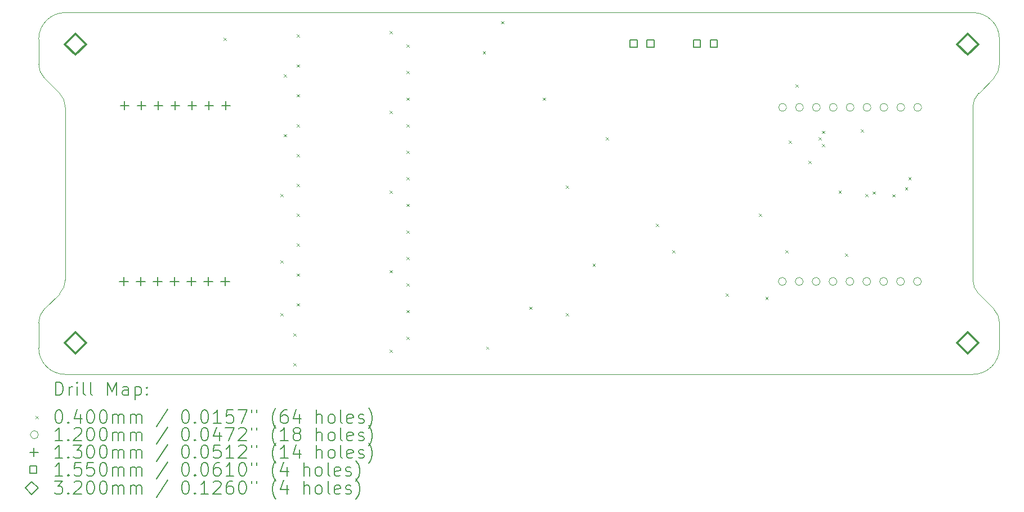
<source format=gbr>
%TF.GenerationSoftware,KiCad,Pcbnew,8.0.2*%
%TF.CreationDate,2024-07-09T10:47:48+02:00*%
%TF.ProjectId,BMS V1.0,424d5320-5631-42e3-902e-6b696361645f,rev?*%
%TF.SameCoordinates,Original*%
%TF.FileFunction,Drillmap*%
%TF.FilePolarity,Positive*%
%FSLAX45Y45*%
G04 Gerber Fmt 4.5, Leading zero omitted, Abs format (unit mm)*
G04 Created by KiCad (PCBNEW 8.0.2) date 2024-07-09 10:47:48*
%MOMM*%
%LPD*%
G01*
G04 APERTURE LIST*
%ADD10C,0.100000*%
%ADD11C,0.200000*%
%ADD12C,0.120000*%
%ADD13C,0.130000*%
%ADD14C,0.155000*%
%ADD15C,0.320000*%
G04 APERTURE END LIST*
D10*
X20762132Y-7337868D02*
X20537868Y-7562132D01*
X20850000Y-6750000D02*
X20850000Y-7125736D01*
X20537868Y-10587868D02*
G75*
G02*
X20450003Y-10375736I212132J212128D01*
G01*
X6800000Y-10375736D02*
X6800000Y-7774264D01*
X20450000Y-11800000D02*
X6800000Y-11800000D01*
X6487868Y-7337868D02*
X6712132Y-7562132D01*
X6800000Y-6350000D02*
X20450000Y-6350000D01*
X6800000Y-10375736D02*
G75*
G02*
X6712130Y-10587866I-299980J-4D01*
G01*
X20850000Y-7125736D02*
G75*
G02*
X20762130Y-7337866I-299980J-4D01*
G01*
X6400000Y-11400000D02*
X6400000Y-11024264D01*
X6487868Y-7337868D02*
G75*
G02*
X6400003Y-7125736I212132J212128D01*
G01*
X20450000Y-6350000D02*
G75*
G02*
X20850000Y-6750000I0J-400000D01*
G01*
X20450000Y-7774264D02*
G75*
G02*
X20537870Y-7562134I299980J4D01*
G01*
X6712132Y-7562132D02*
G75*
G02*
X6799997Y-7774264I-212132J-212128D01*
G01*
X20850000Y-11024264D02*
X20850000Y-11400000D01*
X6800000Y-11800000D02*
G75*
G02*
X6400000Y-11400000I0J400000D01*
G01*
X20762132Y-10812132D02*
G75*
G02*
X20849997Y-11024264I-212132J-212128D01*
G01*
X20850000Y-11400000D02*
G75*
G02*
X20450000Y-11800000I-400000J0D01*
G01*
X20450000Y-10375736D02*
X20450000Y-7774264D01*
X6487868Y-10812132D02*
X6712132Y-10587868D01*
X6400000Y-6750000D02*
X6400000Y-7125736D01*
X6400000Y-11024264D02*
G75*
G02*
X6487870Y-10812134I299980J4D01*
G01*
X20762132Y-10812132D02*
X20537868Y-10587868D01*
X6400000Y-6750000D02*
G75*
G02*
X6800000Y-6350000I400000J0D01*
G01*
D11*
D10*
X9180000Y-6730000D02*
X9220000Y-6770000D01*
X9220000Y-6730000D02*
X9180000Y-6770000D01*
X10035000Y-9080000D02*
X10075000Y-9120000D01*
X10075000Y-9080000D02*
X10035000Y-9120000D01*
X10035000Y-10080000D02*
X10075000Y-10120000D01*
X10075000Y-10080000D02*
X10035000Y-10120000D01*
X10035000Y-10880000D02*
X10075000Y-10920000D01*
X10075000Y-10880000D02*
X10035000Y-10920000D01*
X10085000Y-7280000D02*
X10125000Y-7320000D01*
X10125000Y-7280000D02*
X10085000Y-7320000D01*
X10085000Y-8180000D02*
X10125000Y-8220000D01*
X10125000Y-8180000D02*
X10085000Y-8220000D01*
X10230000Y-11180000D02*
X10270000Y-11220000D01*
X10270000Y-11180000D02*
X10230000Y-11220000D01*
X10230000Y-11630000D02*
X10270000Y-11670000D01*
X10270000Y-11630000D02*
X10230000Y-11670000D01*
X10280000Y-6680000D02*
X10320000Y-6720000D01*
X10320000Y-6680000D02*
X10280000Y-6720000D01*
X10280000Y-7130000D02*
X10320000Y-7170000D01*
X10320000Y-7130000D02*
X10280000Y-7170000D01*
X10280000Y-7580000D02*
X10320000Y-7620000D01*
X10320000Y-7580000D02*
X10280000Y-7620000D01*
X10280000Y-8030000D02*
X10320000Y-8070000D01*
X10320000Y-8030000D02*
X10280000Y-8070000D01*
X10280000Y-8480000D02*
X10320000Y-8520000D01*
X10320000Y-8480000D02*
X10280000Y-8520000D01*
X10280000Y-8930000D02*
X10320000Y-8970000D01*
X10320000Y-8930000D02*
X10280000Y-8970000D01*
X10280000Y-9380000D02*
X10320000Y-9420000D01*
X10320000Y-9380000D02*
X10280000Y-9420000D01*
X10280000Y-9830000D02*
X10320000Y-9870000D01*
X10320000Y-9830000D02*
X10280000Y-9870000D01*
X10280000Y-10280000D02*
X10320000Y-10320000D01*
X10320000Y-10280000D02*
X10280000Y-10320000D01*
X10280000Y-10730000D02*
X10320000Y-10770000D01*
X10320000Y-10730000D02*
X10280000Y-10770000D01*
X11680000Y-6630000D02*
X11720000Y-6670000D01*
X11720000Y-6630000D02*
X11680000Y-6670000D01*
X11680000Y-7830000D02*
X11720000Y-7870000D01*
X11720000Y-7830000D02*
X11680000Y-7870000D01*
X11680000Y-9030000D02*
X11720000Y-9070000D01*
X11720000Y-9030000D02*
X11680000Y-9070000D01*
X11680000Y-10230000D02*
X11720000Y-10270000D01*
X11720000Y-10230000D02*
X11680000Y-10270000D01*
X11680000Y-11430000D02*
X11720000Y-11470000D01*
X11720000Y-11430000D02*
X11680000Y-11470000D01*
X11930000Y-6830000D02*
X11970000Y-6870000D01*
X11970000Y-6830000D02*
X11930000Y-6870000D01*
X11930000Y-7230000D02*
X11970000Y-7270000D01*
X11970000Y-7230000D02*
X11930000Y-7270000D01*
X11930000Y-7630000D02*
X11970000Y-7670000D01*
X11970000Y-7630000D02*
X11930000Y-7670000D01*
X11930000Y-8030000D02*
X11970000Y-8070000D01*
X11970000Y-8030000D02*
X11930000Y-8070000D01*
X11930000Y-8430000D02*
X11970000Y-8470000D01*
X11970000Y-8430000D02*
X11930000Y-8470000D01*
X11930000Y-8830000D02*
X11970000Y-8870000D01*
X11970000Y-8830000D02*
X11930000Y-8870000D01*
X11930000Y-9230000D02*
X11970000Y-9270000D01*
X11970000Y-9230000D02*
X11930000Y-9270000D01*
X11930000Y-9630000D02*
X11970000Y-9670000D01*
X11970000Y-9630000D02*
X11930000Y-9670000D01*
X11930000Y-10030000D02*
X11970000Y-10070000D01*
X11970000Y-10030000D02*
X11930000Y-10070000D01*
X11930000Y-10430000D02*
X11970000Y-10470000D01*
X11970000Y-10430000D02*
X11930000Y-10470000D01*
X11930000Y-10830000D02*
X11970000Y-10870000D01*
X11970000Y-10830000D02*
X11930000Y-10870000D01*
X11930000Y-11230000D02*
X11970000Y-11270000D01*
X11970000Y-11230000D02*
X11930000Y-11270000D01*
X13080000Y-6930000D02*
X13120000Y-6970000D01*
X13120000Y-6930000D02*
X13080000Y-6970000D01*
X13130000Y-11380000D02*
X13170000Y-11420000D01*
X13170000Y-11380000D02*
X13130000Y-11420000D01*
X13355000Y-6480000D02*
X13395000Y-6520000D01*
X13395000Y-6480000D02*
X13355000Y-6520000D01*
X13780000Y-10780000D02*
X13820000Y-10820000D01*
X13820000Y-10780000D02*
X13780000Y-10820000D01*
X13980000Y-7630000D02*
X14020000Y-7670000D01*
X14020000Y-7630000D02*
X13980000Y-7670000D01*
X14330000Y-8955000D02*
X14370000Y-8995000D01*
X14370000Y-8955000D02*
X14330000Y-8995000D01*
X14330000Y-10880000D02*
X14370000Y-10920000D01*
X14370000Y-10880000D02*
X14330000Y-10920000D01*
X14730000Y-10130000D02*
X14770000Y-10170000D01*
X14770000Y-10130000D02*
X14730000Y-10170000D01*
X14930000Y-8230000D02*
X14970000Y-8270000D01*
X14970000Y-8230000D02*
X14930000Y-8270000D01*
X15680000Y-9530000D02*
X15720000Y-9570000D01*
X15720000Y-9530000D02*
X15680000Y-9570000D01*
X15930000Y-9930000D02*
X15970000Y-9970000D01*
X15970000Y-9930000D02*
X15930000Y-9970000D01*
X16730000Y-10580000D02*
X16770000Y-10620000D01*
X16770000Y-10580000D02*
X16730000Y-10620000D01*
X17230000Y-9380000D02*
X17270000Y-9420000D01*
X17270000Y-9380000D02*
X17230000Y-9420000D01*
X17330000Y-10630000D02*
X17370000Y-10670000D01*
X17370000Y-10630000D02*
X17330000Y-10670000D01*
X17630000Y-9930000D02*
X17670000Y-9970000D01*
X17670000Y-9930000D02*
X17630000Y-9970000D01*
X17680000Y-8280000D02*
X17720000Y-8320000D01*
X17720000Y-8280000D02*
X17680000Y-8320000D01*
X17780000Y-7430000D02*
X17820000Y-7470000D01*
X17820000Y-7430000D02*
X17780000Y-7470000D01*
X17980000Y-8580000D02*
X18020000Y-8620000D01*
X18020000Y-8580000D02*
X17980000Y-8620000D01*
X18130000Y-8230000D02*
X18170000Y-8270000D01*
X18170000Y-8230000D02*
X18130000Y-8270000D01*
X18180000Y-8130000D02*
X18220000Y-8170000D01*
X18220000Y-8130000D02*
X18180000Y-8170000D01*
X18180000Y-8330000D02*
X18220000Y-8370000D01*
X18220000Y-8330000D02*
X18180000Y-8370000D01*
X18430000Y-9030000D02*
X18470000Y-9070000D01*
X18470000Y-9030000D02*
X18430000Y-9070000D01*
X18530000Y-9980000D02*
X18570000Y-10020000D01*
X18570000Y-9980000D02*
X18530000Y-10020000D01*
X18764443Y-8111281D02*
X18804443Y-8151281D01*
X18804443Y-8111281D02*
X18764443Y-8151281D01*
X18830000Y-9080000D02*
X18870000Y-9120000D01*
X18870000Y-9080000D02*
X18830000Y-9120000D01*
X18943563Y-9043563D02*
X18983563Y-9083563D01*
X18983563Y-9043563D02*
X18943563Y-9083563D01*
X19240201Y-9085701D02*
X19280201Y-9125701D01*
X19280201Y-9085701D02*
X19240201Y-9125701D01*
X19430000Y-8980000D02*
X19470000Y-9020000D01*
X19470000Y-8980000D02*
X19430000Y-9020000D01*
X19480000Y-8830000D02*
X19520000Y-8870000D01*
X19520000Y-8830000D02*
X19480000Y-8870000D01*
D12*
X17644000Y-10400000D02*
G75*
G02*
X17524000Y-10400000I-60000J0D01*
G01*
X17524000Y-10400000D02*
G75*
G02*
X17644000Y-10400000I60000J0D01*
G01*
X17648000Y-7777500D02*
G75*
G02*
X17528000Y-7777500I-60000J0D01*
G01*
X17528000Y-7777500D02*
G75*
G02*
X17648000Y-7777500I60000J0D01*
G01*
X17898000Y-10400000D02*
G75*
G02*
X17778000Y-10400000I-60000J0D01*
G01*
X17778000Y-10400000D02*
G75*
G02*
X17898000Y-10400000I60000J0D01*
G01*
X17902000Y-7777500D02*
G75*
G02*
X17782000Y-7777500I-60000J0D01*
G01*
X17782000Y-7777500D02*
G75*
G02*
X17902000Y-7777500I60000J0D01*
G01*
X18152000Y-10400000D02*
G75*
G02*
X18032000Y-10400000I-60000J0D01*
G01*
X18032000Y-10400000D02*
G75*
G02*
X18152000Y-10400000I60000J0D01*
G01*
X18156000Y-7777500D02*
G75*
G02*
X18036000Y-7777500I-60000J0D01*
G01*
X18036000Y-7777500D02*
G75*
G02*
X18156000Y-7777500I60000J0D01*
G01*
X18406000Y-10400000D02*
G75*
G02*
X18286000Y-10400000I-60000J0D01*
G01*
X18286000Y-10400000D02*
G75*
G02*
X18406000Y-10400000I60000J0D01*
G01*
X18410000Y-7777500D02*
G75*
G02*
X18290000Y-7777500I-60000J0D01*
G01*
X18290000Y-7777500D02*
G75*
G02*
X18410000Y-7777500I60000J0D01*
G01*
X18660000Y-10400000D02*
G75*
G02*
X18540000Y-10400000I-60000J0D01*
G01*
X18540000Y-10400000D02*
G75*
G02*
X18660000Y-10400000I60000J0D01*
G01*
X18664000Y-7777500D02*
G75*
G02*
X18544000Y-7777500I-60000J0D01*
G01*
X18544000Y-7777500D02*
G75*
G02*
X18664000Y-7777500I60000J0D01*
G01*
X18914000Y-10400000D02*
G75*
G02*
X18794000Y-10400000I-60000J0D01*
G01*
X18794000Y-10400000D02*
G75*
G02*
X18914000Y-10400000I60000J0D01*
G01*
X18918000Y-7777500D02*
G75*
G02*
X18798000Y-7777500I-60000J0D01*
G01*
X18798000Y-7777500D02*
G75*
G02*
X18918000Y-7777500I60000J0D01*
G01*
X19168000Y-10400000D02*
G75*
G02*
X19048000Y-10400000I-60000J0D01*
G01*
X19048000Y-10400000D02*
G75*
G02*
X19168000Y-10400000I60000J0D01*
G01*
X19172000Y-7777500D02*
G75*
G02*
X19052000Y-7777500I-60000J0D01*
G01*
X19052000Y-7777500D02*
G75*
G02*
X19172000Y-7777500I60000J0D01*
G01*
X19422000Y-10400000D02*
G75*
G02*
X19302000Y-10400000I-60000J0D01*
G01*
X19302000Y-10400000D02*
G75*
G02*
X19422000Y-10400000I60000J0D01*
G01*
X19426000Y-7777500D02*
G75*
G02*
X19306000Y-7777500I-60000J0D01*
G01*
X19306000Y-7777500D02*
G75*
G02*
X19426000Y-7777500I60000J0D01*
G01*
X19676000Y-10400000D02*
G75*
G02*
X19556000Y-10400000I-60000J0D01*
G01*
X19556000Y-10400000D02*
G75*
G02*
X19676000Y-10400000I60000J0D01*
G01*
X19680000Y-7777500D02*
G75*
G02*
X19560000Y-7777500I-60000J0D01*
G01*
X19560000Y-7777500D02*
G75*
G02*
X19680000Y-7777500I60000J0D01*
G01*
D13*
X7681000Y-10335000D02*
X7681000Y-10465000D01*
X7616000Y-10400000D02*
X7746000Y-10400000D01*
X7693000Y-7685000D02*
X7693000Y-7815000D01*
X7628000Y-7750000D02*
X7758000Y-7750000D01*
X7935000Y-10335000D02*
X7935000Y-10465000D01*
X7870000Y-10400000D02*
X8000000Y-10400000D01*
X7947000Y-7685000D02*
X7947000Y-7815000D01*
X7882000Y-7750000D02*
X8012000Y-7750000D01*
X8189000Y-10335000D02*
X8189000Y-10465000D01*
X8124000Y-10400000D02*
X8254000Y-10400000D01*
X8201000Y-7685000D02*
X8201000Y-7815000D01*
X8136000Y-7750000D02*
X8266000Y-7750000D01*
X8443000Y-10335000D02*
X8443000Y-10465000D01*
X8378000Y-10400000D02*
X8508000Y-10400000D01*
X8455000Y-7685000D02*
X8455000Y-7815000D01*
X8390000Y-7750000D02*
X8520000Y-7750000D01*
X8697000Y-10335000D02*
X8697000Y-10465000D01*
X8632000Y-10400000D02*
X8762000Y-10400000D01*
X8709000Y-7685000D02*
X8709000Y-7815000D01*
X8644000Y-7750000D02*
X8774000Y-7750000D01*
X8951000Y-10335000D02*
X8951000Y-10465000D01*
X8886000Y-10400000D02*
X9016000Y-10400000D01*
X8963000Y-7685000D02*
X8963000Y-7815000D01*
X8898000Y-7750000D02*
X9028000Y-7750000D01*
X9205000Y-10335000D02*
X9205000Y-10465000D01*
X9140000Y-10400000D02*
X9270000Y-10400000D01*
X9217000Y-7685000D02*
X9217000Y-7815000D01*
X9152000Y-7750000D02*
X9282000Y-7750000D01*
D14*
X15400801Y-6870301D02*
X15400801Y-6760699D01*
X15291199Y-6760699D01*
X15291199Y-6870301D01*
X15400801Y-6870301D01*
X15654801Y-6870301D02*
X15654801Y-6760699D01*
X15545199Y-6760699D01*
X15545199Y-6870301D01*
X15654801Y-6870301D01*
X16354801Y-6870301D02*
X16354801Y-6760699D01*
X16245199Y-6760699D01*
X16245199Y-6870301D01*
X16354801Y-6870301D01*
X16608801Y-6870301D02*
X16608801Y-6760699D01*
X16499199Y-6760699D01*
X16499199Y-6870301D01*
X16608801Y-6870301D01*
D15*
X6950000Y-6985000D02*
X7110000Y-6825000D01*
X6950000Y-6665000D01*
X6790000Y-6825000D01*
X6950000Y-6985000D01*
X6950000Y-11485000D02*
X7110000Y-11325000D01*
X6950000Y-11165000D01*
X6790000Y-11325000D01*
X6950000Y-11485000D01*
X20375000Y-6985000D02*
X20535000Y-6825000D01*
X20375000Y-6665000D01*
X20215000Y-6825000D01*
X20375000Y-6985000D01*
X20375000Y-11485000D02*
X20535000Y-11325000D01*
X20375000Y-11165000D01*
X20215000Y-11325000D01*
X20375000Y-11485000D01*
D11*
X6655777Y-12116484D02*
X6655777Y-11916484D01*
X6655777Y-11916484D02*
X6703396Y-11916484D01*
X6703396Y-11916484D02*
X6731967Y-11926008D01*
X6731967Y-11926008D02*
X6751015Y-11945055D01*
X6751015Y-11945055D02*
X6760539Y-11964103D01*
X6760539Y-11964103D02*
X6770062Y-12002198D01*
X6770062Y-12002198D02*
X6770062Y-12030769D01*
X6770062Y-12030769D02*
X6760539Y-12068865D01*
X6760539Y-12068865D02*
X6751015Y-12087912D01*
X6751015Y-12087912D02*
X6731967Y-12106960D01*
X6731967Y-12106960D02*
X6703396Y-12116484D01*
X6703396Y-12116484D02*
X6655777Y-12116484D01*
X6855777Y-12116484D02*
X6855777Y-11983150D01*
X6855777Y-12021246D02*
X6865301Y-12002198D01*
X6865301Y-12002198D02*
X6874824Y-11992674D01*
X6874824Y-11992674D02*
X6893872Y-11983150D01*
X6893872Y-11983150D02*
X6912920Y-11983150D01*
X6979586Y-12116484D02*
X6979586Y-11983150D01*
X6979586Y-11916484D02*
X6970062Y-11926008D01*
X6970062Y-11926008D02*
X6979586Y-11935531D01*
X6979586Y-11935531D02*
X6989110Y-11926008D01*
X6989110Y-11926008D02*
X6979586Y-11916484D01*
X6979586Y-11916484D02*
X6979586Y-11935531D01*
X7103396Y-12116484D02*
X7084348Y-12106960D01*
X7084348Y-12106960D02*
X7074824Y-12087912D01*
X7074824Y-12087912D02*
X7074824Y-11916484D01*
X7208158Y-12116484D02*
X7189110Y-12106960D01*
X7189110Y-12106960D02*
X7179586Y-12087912D01*
X7179586Y-12087912D02*
X7179586Y-11916484D01*
X7436729Y-12116484D02*
X7436729Y-11916484D01*
X7436729Y-11916484D02*
X7503396Y-12059341D01*
X7503396Y-12059341D02*
X7570062Y-11916484D01*
X7570062Y-11916484D02*
X7570062Y-12116484D01*
X7751015Y-12116484D02*
X7751015Y-12011722D01*
X7751015Y-12011722D02*
X7741491Y-11992674D01*
X7741491Y-11992674D02*
X7722443Y-11983150D01*
X7722443Y-11983150D02*
X7684348Y-11983150D01*
X7684348Y-11983150D02*
X7665301Y-11992674D01*
X7751015Y-12106960D02*
X7731967Y-12116484D01*
X7731967Y-12116484D02*
X7684348Y-12116484D01*
X7684348Y-12116484D02*
X7665301Y-12106960D01*
X7665301Y-12106960D02*
X7655777Y-12087912D01*
X7655777Y-12087912D02*
X7655777Y-12068865D01*
X7655777Y-12068865D02*
X7665301Y-12049817D01*
X7665301Y-12049817D02*
X7684348Y-12040293D01*
X7684348Y-12040293D02*
X7731967Y-12040293D01*
X7731967Y-12040293D02*
X7751015Y-12030769D01*
X7846253Y-11983150D02*
X7846253Y-12183150D01*
X7846253Y-11992674D02*
X7865301Y-11983150D01*
X7865301Y-11983150D02*
X7903396Y-11983150D01*
X7903396Y-11983150D02*
X7922443Y-11992674D01*
X7922443Y-11992674D02*
X7931967Y-12002198D01*
X7931967Y-12002198D02*
X7941491Y-12021246D01*
X7941491Y-12021246D02*
X7941491Y-12078388D01*
X7941491Y-12078388D02*
X7931967Y-12097436D01*
X7931967Y-12097436D02*
X7922443Y-12106960D01*
X7922443Y-12106960D02*
X7903396Y-12116484D01*
X7903396Y-12116484D02*
X7865301Y-12116484D01*
X7865301Y-12116484D02*
X7846253Y-12106960D01*
X8027205Y-12097436D02*
X8036729Y-12106960D01*
X8036729Y-12106960D02*
X8027205Y-12116484D01*
X8027205Y-12116484D02*
X8017682Y-12106960D01*
X8017682Y-12106960D02*
X8027205Y-12097436D01*
X8027205Y-12097436D02*
X8027205Y-12116484D01*
X8027205Y-11992674D02*
X8036729Y-12002198D01*
X8036729Y-12002198D02*
X8027205Y-12011722D01*
X8027205Y-12011722D02*
X8017682Y-12002198D01*
X8017682Y-12002198D02*
X8027205Y-11992674D01*
X8027205Y-11992674D02*
X8027205Y-12011722D01*
D10*
X6355000Y-12425000D02*
X6395000Y-12465000D01*
X6395000Y-12425000D02*
X6355000Y-12465000D01*
D11*
X6693872Y-12336484D02*
X6712920Y-12336484D01*
X6712920Y-12336484D02*
X6731967Y-12346008D01*
X6731967Y-12346008D02*
X6741491Y-12355531D01*
X6741491Y-12355531D02*
X6751015Y-12374579D01*
X6751015Y-12374579D02*
X6760539Y-12412674D01*
X6760539Y-12412674D02*
X6760539Y-12460293D01*
X6760539Y-12460293D02*
X6751015Y-12498388D01*
X6751015Y-12498388D02*
X6741491Y-12517436D01*
X6741491Y-12517436D02*
X6731967Y-12526960D01*
X6731967Y-12526960D02*
X6712920Y-12536484D01*
X6712920Y-12536484D02*
X6693872Y-12536484D01*
X6693872Y-12536484D02*
X6674824Y-12526960D01*
X6674824Y-12526960D02*
X6665301Y-12517436D01*
X6665301Y-12517436D02*
X6655777Y-12498388D01*
X6655777Y-12498388D02*
X6646253Y-12460293D01*
X6646253Y-12460293D02*
X6646253Y-12412674D01*
X6646253Y-12412674D02*
X6655777Y-12374579D01*
X6655777Y-12374579D02*
X6665301Y-12355531D01*
X6665301Y-12355531D02*
X6674824Y-12346008D01*
X6674824Y-12346008D02*
X6693872Y-12336484D01*
X6846253Y-12517436D02*
X6855777Y-12526960D01*
X6855777Y-12526960D02*
X6846253Y-12536484D01*
X6846253Y-12536484D02*
X6836729Y-12526960D01*
X6836729Y-12526960D02*
X6846253Y-12517436D01*
X6846253Y-12517436D02*
X6846253Y-12536484D01*
X7027205Y-12403150D02*
X7027205Y-12536484D01*
X6979586Y-12326960D02*
X6931967Y-12469817D01*
X6931967Y-12469817D02*
X7055777Y-12469817D01*
X7170062Y-12336484D02*
X7189110Y-12336484D01*
X7189110Y-12336484D02*
X7208158Y-12346008D01*
X7208158Y-12346008D02*
X7217682Y-12355531D01*
X7217682Y-12355531D02*
X7227205Y-12374579D01*
X7227205Y-12374579D02*
X7236729Y-12412674D01*
X7236729Y-12412674D02*
X7236729Y-12460293D01*
X7236729Y-12460293D02*
X7227205Y-12498388D01*
X7227205Y-12498388D02*
X7217682Y-12517436D01*
X7217682Y-12517436D02*
X7208158Y-12526960D01*
X7208158Y-12526960D02*
X7189110Y-12536484D01*
X7189110Y-12536484D02*
X7170062Y-12536484D01*
X7170062Y-12536484D02*
X7151015Y-12526960D01*
X7151015Y-12526960D02*
X7141491Y-12517436D01*
X7141491Y-12517436D02*
X7131967Y-12498388D01*
X7131967Y-12498388D02*
X7122443Y-12460293D01*
X7122443Y-12460293D02*
X7122443Y-12412674D01*
X7122443Y-12412674D02*
X7131967Y-12374579D01*
X7131967Y-12374579D02*
X7141491Y-12355531D01*
X7141491Y-12355531D02*
X7151015Y-12346008D01*
X7151015Y-12346008D02*
X7170062Y-12336484D01*
X7360539Y-12336484D02*
X7379586Y-12336484D01*
X7379586Y-12336484D02*
X7398634Y-12346008D01*
X7398634Y-12346008D02*
X7408158Y-12355531D01*
X7408158Y-12355531D02*
X7417682Y-12374579D01*
X7417682Y-12374579D02*
X7427205Y-12412674D01*
X7427205Y-12412674D02*
X7427205Y-12460293D01*
X7427205Y-12460293D02*
X7417682Y-12498388D01*
X7417682Y-12498388D02*
X7408158Y-12517436D01*
X7408158Y-12517436D02*
X7398634Y-12526960D01*
X7398634Y-12526960D02*
X7379586Y-12536484D01*
X7379586Y-12536484D02*
X7360539Y-12536484D01*
X7360539Y-12536484D02*
X7341491Y-12526960D01*
X7341491Y-12526960D02*
X7331967Y-12517436D01*
X7331967Y-12517436D02*
X7322443Y-12498388D01*
X7322443Y-12498388D02*
X7312920Y-12460293D01*
X7312920Y-12460293D02*
X7312920Y-12412674D01*
X7312920Y-12412674D02*
X7322443Y-12374579D01*
X7322443Y-12374579D02*
X7331967Y-12355531D01*
X7331967Y-12355531D02*
X7341491Y-12346008D01*
X7341491Y-12346008D02*
X7360539Y-12336484D01*
X7512920Y-12536484D02*
X7512920Y-12403150D01*
X7512920Y-12422198D02*
X7522443Y-12412674D01*
X7522443Y-12412674D02*
X7541491Y-12403150D01*
X7541491Y-12403150D02*
X7570063Y-12403150D01*
X7570063Y-12403150D02*
X7589110Y-12412674D01*
X7589110Y-12412674D02*
X7598634Y-12431722D01*
X7598634Y-12431722D02*
X7598634Y-12536484D01*
X7598634Y-12431722D02*
X7608158Y-12412674D01*
X7608158Y-12412674D02*
X7627205Y-12403150D01*
X7627205Y-12403150D02*
X7655777Y-12403150D01*
X7655777Y-12403150D02*
X7674824Y-12412674D01*
X7674824Y-12412674D02*
X7684348Y-12431722D01*
X7684348Y-12431722D02*
X7684348Y-12536484D01*
X7779586Y-12536484D02*
X7779586Y-12403150D01*
X7779586Y-12422198D02*
X7789110Y-12412674D01*
X7789110Y-12412674D02*
X7808158Y-12403150D01*
X7808158Y-12403150D02*
X7836729Y-12403150D01*
X7836729Y-12403150D02*
X7855777Y-12412674D01*
X7855777Y-12412674D02*
X7865301Y-12431722D01*
X7865301Y-12431722D02*
X7865301Y-12536484D01*
X7865301Y-12431722D02*
X7874824Y-12412674D01*
X7874824Y-12412674D02*
X7893872Y-12403150D01*
X7893872Y-12403150D02*
X7922443Y-12403150D01*
X7922443Y-12403150D02*
X7941491Y-12412674D01*
X7941491Y-12412674D02*
X7951015Y-12431722D01*
X7951015Y-12431722D02*
X7951015Y-12536484D01*
X8341491Y-12326960D02*
X8170063Y-12584103D01*
X8598634Y-12336484D02*
X8617682Y-12336484D01*
X8617682Y-12336484D02*
X8636729Y-12346008D01*
X8636729Y-12346008D02*
X8646253Y-12355531D01*
X8646253Y-12355531D02*
X8655777Y-12374579D01*
X8655777Y-12374579D02*
X8665301Y-12412674D01*
X8665301Y-12412674D02*
X8665301Y-12460293D01*
X8665301Y-12460293D02*
X8655777Y-12498388D01*
X8655777Y-12498388D02*
X8646253Y-12517436D01*
X8646253Y-12517436D02*
X8636729Y-12526960D01*
X8636729Y-12526960D02*
X8617682Y-12536484D01*
X8617682Y-12536484D02*
X8598634Y-12536484D01*
X8598634Y-12536484D02*
X8579587Y-12526960D01*
X8579587Y-12526960D02*
X8570063Y-12517436D01*
X8570063Y-12517436D02*
X8560539Y-12498388D01*
X8560539Y-12498388D02*
X8551015Y-12460293D01*
X8551015Y-12460293D02*
X8551015Y-12412674D01*
X8551015Y-12412674D02*
X8560539Y-12374579D01*
X8560539Y-12374579D02*
X8570063Y-12355531D01*
X8570063Y-12355531D02*
X8579587Y-12346008D01*
X8579587Y-12346008D02*
X8598634Y-12336484D01*
X8751015Y-12517436D02*
X8760539Y-12526960D01*
X8760539Y-12526960D02*
X8751015Y-12536484D01*
X8751015Y-12536484D02*
X8741491Y-12526960D01*
X8741491Y-12526960D02*
X8751015Y-12517436D01*
X8751015Y-12517436D02*
X8751015Y-12536484D01*
X8884348Y-12336484D02*
X8903396Y-12336484D01*
X8903396Y-12336484D02*
X8922444Y-12346008D01*
X8922444Y-12346008D02*
X8931968Y-12355531D01*
X8931968Y-12355531D02*
X8941491Y-12374579D01*
X8941491Y-12374579D02*
X8951015Y-12412674D01*
X8951015Y-12412674D02*
X8951015Y-12460293D01*
X8951015Y-12460293D02*
X8941491Y-12498388D01*
X8941491Y-12498388D02*
X8931968Y-12517436D01*
X8931968Y-12517436D02*
X8922444Y-12526960D01*
X8922444Y-12526960D02*
X8903396Y-12536484D01*
X8903396Y-12536484D02*
X8884348Y-12536484D01*
X8884348Y-12536484D02*
X8865301Y-12526960D01*
X8865301Y-12526960D02*
X8855777Y-12517436D01*
X8855777Y-12517436D02*
X8846253Y-12498388D01*
X8846253Y-12498388D02*
X8836729Y-12460293D01*
X8836729Y-12460293D02*
X8836729Y-12412674D01*
X8836729Y-12412674D02*
X8846253Y-12374579D01*
X8846253Y-12374579D02*
X8855777Y-12355531D01*
X8855777Y-12355531D02*
X8865301Y-12346008D01*
X8865301Y-12346008D02*
X8884348Y-12336484D01*
X9141491Y-12536484D02*
X9027206Y-12536484D01*
X9084348Y-12536484D02*
X9084348Y-12336484D01*
X9084348Y-12336484D02*
X9065301Y-12365055D01*
X9065301Y-12365055D02*
X9046253Y-12384103D01*
X9046253Y-12384103D02*
X9027206Y-12393627D01*
X9322444Y-12336484D02*
X9227206Y-12336484D01*
X9227206Y-12336484D02*
X9217682Y-12431722D01*
X9217682Y-12431722D02*
X9227206Y-12422198D01*
X9227206Y-12422198D02*
X9246253Y-12412674D01*
X9246253Y-12412674D02*
X9293872Y-12412674D01*
X9293872Y-12412674D02*
X9312920Y-12422198D01*
X9312920Y-12422198D02*
X9322444Y-12431722D01*
X9322444Y-12431722D02*
X9331968Y-12450769D01*
X9331968Y-12450769D02*
X9331968Y-12498388D01*
X9331968Y-12498388D02*
X9322444Y-12517436D01*
X9322444Y-12517436D02*
X9312920Y-12526960D01*
X9312920Y-12526960D02*
X9293872Y-12536484D01*
X9293872Y-12536484D02*
X9246253Y-12536484D01*
X9246253Y-12536484D02*
X9227206Y-12526960D01*
X9227206Y-12526960D02*
X9217682Y-12517436D01*
X9398634Y-12336484D02*
X9531968Y-12336484D01*
X9531968Y-12336484D02*
X9446253Y-12536484D01*
X9598634Y-12336484D02*
X9598634Y-12374579D01*
X9674825Y-12336484D02*
X9674825Y-12374579D01*
X9970063Y-12612674D02*
X9960539Y-12603150D01*
X9960539Y-12603150D02*
X9941491Y-12574579D01*
X9941491Y-12574579D02*
X9931968Y-12555531D01*
X9931968Y-12555531D02*
X9922444Y-12526960D01*
X9922444Y-12526960D02*
X9912920Y-12479341D01*
X9912920Y-12479341D02*
X9912920Y-12441246D01*
X9912920Y-12441246D02*
X9922444Y-12393627D01*
X9922444Y-12393627D02*
X9931968Y-12365055D01*
X9931968Y-12365055D02*
X9941491Y-12346008D01*
X9941491Y-12346008D02*
X9960539Y-12317436D01*
X9960539Y-12317436D02*
X9970063Y-12307912D01*
X10131968Y-12336484D02*
X10093872Y-12336484D01*
X10093872Y-12336484D02*
X10074825Y-12346008D01*
X10074825Y-12346008D02*
X10065301Y-12355531D01*
X10065301Y-12355531D02*
X10046253Y-12384103D01*
X10046253Y-12384103D02*
X10036730Y-12422198D01*
X10036730Y-12422198D02*
X10036730Y-12498388D01*
X10036730Y-12498388D02*
X10046253Y-12517436D01*
X10046253Y-12517436D02*
X10055777Y-12526960D01*
X10055777Y-12526960D02*
X10074825Y-12536484D01*
X10074825Y-12536484D02*
X10112920Y-12536484D01*
X10112920Y-12536484D02*
X10131968Y-12526960D01*
X10131968Y-12526960D02*
X10141491Y-12517436D01*
X10141491Y-12517436D02*
X10151015Y-12498388D01*
X10151015Y-12498388D02*
X10151015Y-12450769D01*
X10151015Y-12450769D02*
X10141491Y-12431722D01*
X10141491Y-12431722D02*
X10131968Y-12422198D01*
X10131968Y-12422198D02*
X10112920Y-12412674D01*
X10112920Y-12412674D02*
X10074825Y-12412674D01*
X10074825Y-12412674D02*
X10055777Y-12422198D01*
X10055777Y-12422198D02*
X10046253Y-12431722D01*
X10046253Y-12431722D02*
X10036730Y-12450769D01*
X10322444Y-12403150D02*
X10322444Y-12536484D01*
X10274825Y-12326960D02*
X10227206Y-12469817D01*
X10227206Y-12469817D02*
X10351015Y-12469817D01*
X10579587Y-12536484D02*
X10579587Y-12336484D01*
X10665301Y-12536484D02*
X10665301Y-12431722D01*
X10665301Y-12431722D02*
X10655777Y-12412674D01*
X10655777Y-12412674D02*
X10636730Y-12403150D01*
X10636730Y-12403150D02*
X10608158Y-12403150D01*
X10608158Y-12403150D02*
X10589111Y-12412674D01*
X10589111Y-12412674D02*
X10579587Y-12422198D01*
X10789111Y-12536484D02*
X10770063Y-12526960D01*
X10770063Y-12526960D02*
X10760539Y-12517436D01*
X10760539Y-12517436D02*
X10751015Y-12498388D01*
X10751015Y-12498388D02*
X10751015Y-12441246D01*
X10751015Y-12441246D02*
X10760539Y-12422198D01*
X10760539Y-12422198D02*
X10770063Y-12412674D01*
X10770063Y-12412674D02*
X10789111Y-12403150D01*
X10789111Y-12403150D02*
X10817682Y-12403150D01*
X10817682Y-12403150D02*
X10836730Y-12412674D01*
X10836730Y-12412674D02*
X10846253Y-12422198D01*
X10846253Y-12422198D02*
X10855777Y-12441246D01*
X10855777Y-12441246D02*
X10855777Y-12498388D01*
X10855777Y-12498388D02*
X10846253Y-12517436D01*
X10846253Y-12517436D02*
X10836730Y-12526960D01*
X10836730Y-12526960D02*
X10817682Y-12536484D01*
X10817682Y-12536484D02*
X10789111Y-12536484D01*
X10970063Y-12536484D02*
X10951015Y-12526960D01*
X10951015Y-12526960D02*
X10941492Y-12507912D01*
X10941492Y-12507912D02*
X10941492Y-12336484D01*
X11122444Y-12526960D02*
X11103396Y-12536484D01*
X11103396Y-12536484D02*
X11065301Y-12536484D01*
X11065301Y-12536484D02*
X11046253Y-12526960D01*
X11046253Y-12526960D02*
X11036730Y-12507912D01*
X11036730Y-12507912D02*
X11036730Y-12431722D01*
X11036730Y-12431722D02*
X11046253Y-12412674D01*
X11046253Y-12412674D02*
X11065301Y-12403150D01*
X11065301Y-12403150D02*
X11103396Y-12403150D01*
X11103396Y-12403150D02*
X11122444Y-12412674D01*
X11122444Y-12412674D02*
X11131968Y-12431722D01*
X11131968Y-12431722D02*
X11131968Y-12450769D01*
X11131968Y-12450769D02*
X11036730Y-12469817D01*
X11208158Y-12526960D02*
X11227206Y-12536484D01*
X11227206Y-12536484D02*
X11265301Y-12536484D01*
X11265301Y-12536484D02*
X11284349Y-12526960D01*
X11284349Y-12526960D02*
X11293872Y-12507912D01*
X11293872Y-12507912D02*
X11293872Y-12498388D01*
X11293872Y-12498388D02*
X11284349Y-12479341D01*
X11284349Y-12479341D02*
X11265301Y-12469817D01*
X11265301Y-12469817D02*
X11236730Y-12469817D01*
X11236730Y-12469817D02*
X11217682Y-12460293D01*
X11217682Y-12460293D02*
X11208158Y-12441246D01*
X11208158Y-12441246D02*
X11208158Y-12431722D01*
X11208158Y-12431722D02*
X11217682Y-12412674D01*
X11217682Y-12412674D02*
X11236730Y-12403150D01*
X11236730Y-12403150D02*
X11265301Y-12403150D01*
X11265301Y-12403150D02*
X11284349Y-12412674D01*
X11360539Y-12612674D02*
X11370063Y-12603150D01*
X11370063Y-12603150D02*
X11389111Y-12574579D01*
X11389111Y-12574579D02*
X11398634Y-12555531D01*
X11398634Y-12555531D02*
X11408158Y-12526960D01*
X11408158Y-12526960D02*
X11417682Y-12479341D01*
X11417682Y-12479341D02*
X11417682Y-12441246D01*
X11417682Y-12441246D02*
X11408158Y-12393627D01*
X11408158Y-12393627D02*
X11398634Y-12365055D01*
X11398634Y-12365055D02*
X11389111Y-12346008D01*
X11389111Y-12346008D02*
X11370063Y-12317436D01*
X11370063Y-12317436D02*
X11360539Y-12307912D01*
D12*
X6395000Y-12709000D02*
G75*
G02*
X6275000Y-12709000I-60000J0D01*
G01*
X6275000Y-12709000D02*
G75*
G02*
X6395000Y-12709000I60000J0D01*
G01*
D11*
X6760539Y-12800484D02*
X6646253Y-12800484D01*
X6703396Y-12800484D02*
X6703396Y-12600484D01*
X6703396Y-12600484D02*
X6684348Y-12629055D01*
X6684348Y-12629055D02*
X6665301Y-12648103D01*
X6665301Y-12648103D02*
X6646253Y-12657627D01*
X6846253Y-12781436D02*
X6855777Y-12790960D01*
X6855777Y-12790960D02*
X6846253Y-12800484D01*
X6846253Y-12800484D02*
X6836729Y-12790960D01*
X6836729Y-12790960D02*
X6846253Y-12781436D01*
X6846253Y-12781436D02*
X6846253Y-12800484D01*
X6931967Y-12619531D02*
X6941491Y-12610008D01*
X6941491Y-12610008D02*
X6960539Y-12600484D01*
X6960539Y-12600484D02*
X7008158Y-12600484D01*
X7008158Y-12600484D02*
X7027205Y-12610008D01*
X7027205Y-12610008D02*
X7036729Y-12619531D01*
X7036729Y-12619531D02*
X7046253Y-12638579D01*
X7046253Y-12638579D02*
X7046253Y-12657627D01*
X7046253Y-12657627D02*
X7036729Y-12686198D01*
X7036729Y-12686198D02*
X6922443Y-12800484D01*
X6922443Y-12800484D02*
X7046253Y-12800484D01*
X7170062Y-12600484D02*
X7189110Y-12600484D01*
X7189110Y-12600484D02*
X7208158Y-12610008D01*
X7208158Y-12610008D02*
X7217682Y-12619531D01*
X7217682Y-12619531D02*
X7227205Y-12638579D01*
X7227205Y-12638579D02*
X7236729Y-12676674D01*
X7236729Y-12676674D02*
X7236729Y-12724293D01*
X7236729Y-12724293D02*
X7227205Y-12762388D01*
X7227205Y-12762388D02*
X7217682Y-12781436D01*
X7217682Y-12781436D02*
X7208158Y-12790960D01*
X7208158Y-12790960D02*
X7189110Y-12800484D01*
X7189110Y-12800484D02*
X7170062Y-12800484D01*
X7170062Y-12800484D02*
X7151015Y-12790960D01*
X7151015Y-12790960D02*
X7141491Y-12781436D01*
X7141491Y-12781436D02*
X7131967Y-12762388D01*
X7131967Y-12762388D02*
X7122443Y-12724293D01*
X7122443Y-12724293D02*
X7122443Y-12676674D01*
X7122443Y-12676674D02*
X7131967Y-12638579D01*
X7131967Y-12638579D02*
X7141491Y-12619531D01*
X7141491Y-12619531D02*
X7151015Y-12610008D01*
X7151015Y-12610008D02*
X7170062Y-12600484D01*
X7360539Y-12600484D02*
X7379586Y-12600484D01*
X7379586Y-12600484D02*
X7398634Y-12610008D01*
X7398634Y-12610008D02*
X7408158Y-12619531D01*
X7408158Y-12619531D02*
X7417682Y-12638579D01*
X7417682Y-12638579D02*
X7427205Y-12676674D01*
X7427205Y-12676674D02*
X7427205Y-12724293D01*
X7427205Y-12724293D02*
X7417682Y-12762388D01*
X7417682Y-12762388D02*
X7408158Y-12781436D01*
X7408158Y-12781436D02*
X7398634Y-12790960D01*
X7398634Y-12790960D02*
X7379586Y-12800484D01*
X7379586Y-12800484D02*
X7360539Y-12800484D01*
X7360539Y-12800484D02*
X7341491Y-12790960D01*
X7341491Y-12790960D02*
X7331967Y-12781436D01*
X7331967Y-12781436D02*
X7322443Y-12762388D01*
X7322443Y-12762388D02*
X7312920Y-12724293D01*
X7312920Y-12724293D02*
X7312920Y-12676674D01*
X7312920Y-12676674D02*
X7322443Y-12638579D01*
X7322443Y-12638579D02*
X7331967Y-12619531D01*
X7331967Y-12619531D02*
X7341491Y-12610008D01*
X7341491Y-12610008D02*
X7360539Y-12600484D01*
X7512920Y-12800484D02*
X7512920Y-12667150D01*
X7512920Y-12686198D02*
X7522443Y-12676674D01*
X7522443Y-12676674D02*
X7541491Y-12667150D01*
X7541491Y-12667150D02*
X7570063Y-12667150D01*
X7570063Y-12667150D02*
X7589110Y-12676674D01*
X7589110Y-12676674D02*
X7598634Y-12695722D01*
X7598634Y-12695722D02*
X7598634Y-12800484D01*
X7598634Y-12695722D02*
X7608158Y-12676674D01*
X7608158Y-12676674D02*
X7627205Y-12667150D01*
X7627205Y-12667150D02*
X7655777Y-12667150D01*
X7655777Y-12667150D02*
X7674824Y-12676674D01*
X7674824Y-12676674D02*
X7684348Y-12695722D01*
X7684348Y-12695722D02*
X7684348Y-12800484D01*
X7779586Y-12800484D02*
X7779586Y-12667150D01*
X7779586Y-12686198D02*
X7789110Y-12676674D01*
X7789110Y-12676674D02*
X7808158Y-12667150D01*
X7808158Y-12667150D02*
X7836729Y-12667150D01*
X7836729Y-12667150D02*
X7855777Y-12676674D01*
X7855777Y-12676674D02*
X7865301Y-12695722D01*
X7865301Y-12695722D02*
X7865301Y-12800484D01*
X7865301Y-12695722D02*
X7874824Y-12676674D01*
X7874824Y-12676674D02*
X7893872Y-12667150D01*
X7893872Y-12667150D02*
X7922443Y-12667150D01*
X7922443Y-12667150D02*
X7941491Y-12676674D01*
X7941491Y-12676674D02*
X7951015Y-12695722D01*
X7951015Y-12695722D02*
X7951015Y-12800484D01*
X8341491Y-12590960D02*
X8170063Y-12848103D01*
X8598634Y-12600484D02*
X8617682Y-12600484D01*
X8617682Y-12600484D02*
X8636729Y-12610008D01*
X8636729Y-12610008D02*
X8646253Y-12619531D01*
X8646253Y-12619531D02*
X8655777Y-12638579D01*
X8655777Y-12638579D02*
X8665301Y-12676674D01*
X8665301Y-12676674D02*
X8665301Y-12724293D01*
X8665301Y-12724293D02*
X8655777Y-12762388D01*
X8655777Y-12762388D02*
X8646253Y-12781436D01*
X8646253Y-12781436D02*
X8636729Y-12790960D01*
X8636729Y-12790960D02*
X8617682Y-12800484D01*
X8617682Y-12800484D02*
X8598634Y-12800484D01*
X8598634Y-12800484D02*
X8579587Y-12790960D01*
X8579587Y-12790960D02*
X8570063Y-12781436D01*
X8570063Y-12781436D02*
X8560539Y-12762388D01*
X8560539Y-12762388D02*
X8551015Y-12724293D01*
X8551015Y-12724293D02*
X8551015Y-12676674D01*
X8551015Y-12676674D02*
X8560539Y-12638579D01*
X8560539Y-12638579D02*
X8570063Y-12619531D01*
X8570063Y-12619531D02*
X8579587Y-12610008D01*
X8579587Y-12610008D02*
X8598634Y-12600484D01*
X8751015Y-12781436D02*
X8760539Y-12790960D01*
X8760539Y-12790960D02*
X8751015Y-12800484D01*
X8751015Y-12800484D02*
X8741491Y-12790960D01*
X8741491Y-12790960D02*
X8751015Y-12781436D01*
X8751015Y-12781436D02*
X8751015Y-12800484D01*
X8884348Y-12600484D02*
X8903396Y-12600484D01*
X8903396Y-12600484D02*
X8922444Y-12610008D01*
X8922444Y-12610008D02*
X8931968Y-12619531D01*
X8931968Y-12619531D02*
X8941491Y-12638579D01*
X8941491Y-12638579D02*
X8951015Y-12676674D01*
X8951015Y-12676674D02*
X8951015Y-12724293D01*
X8951015Y-12724293D02*
X8941491Y-12762388D01*
X8941491Y-12762388D02*
X8931968Y-12781436D01*
X8931968Y-12781436D02*
X8922444Y-12790960D01*
X8922444Y-12790960D02*
X8903396Y-12800484D01*
X8903396Y-12800484D02*
X8884348Y-12800484D01*
X8884348Y-12800484D02*
X8865301Y-12790960D01*
X8865301Y-12790960D02*
X8855777Y-12781436D01*
X8855777Y-12781436D02*
X8846253Y-12762388D01*
X8846253Y-12762388D02*
X8836729Y-12724293D01*
X8836729Y-12724293D02*
X8836729Y-12676674D01*
X8836729Y-12676674D02*
X8846253Y-12638579D01*
X8846253Y-12638579D02*
X8855777Y-12619531D01*
X8855777Y-12619531D02*
X8865301Y-12610008D01*
X8865301Y-12610008D02*
X8884348Y-12600484D01*
X9122444Y-12667150D02*
X9122444Y-12800484D01*
X9074825Y-12590960D02*
X9027206Y-12733817D01*
X9027206Y-12733817D02*
X9151015Y-12733817D01*
X9208158Y-12600484D02*
X9341491Y-12600484D01*
X9341491Y-12600484D02*
X9255777Y-12800484D01*
X9408158Y-12619531D02*
X9417682Y-12610008D01*
X9417682Y-12610008D02*
X9436729Y-12600484D01*
X9436729Y-12600484D02*
X9484349Y-12600484D01*
X9484349Y-12600484D02*
X9503396Y-12610008D01*
X9503396Y-12610008D02*
X9512920Y-12619531D01*
X9512920Y-12619531D02*
X9522444Y-12638579D01*
X9522444Y-12638579D02*
X9522444Y-12657627D01*
X9522444Y-12657627D02*
X9512920Y-12686198D01*
X9512920Y-12686198D02*
X9398634Y-12800484D01*
X9398634Y-12800484D02*
X9522444Y-12800484D01*
X9598634Y-12600484D02*
X9598634Y-12638579D01*
X9674825Y-12600484D02*
X9674825Y-12638579D01*
X9970063Y-12876674D02*
X9960539Y-12867150D01*
X9960539Y-12867150D02*
X9941491Y-12838579D01*
X9941491Y-12838579D02*
X9931968Y-12819531D01*
X9931968Y-12819531D02*
X9922444Y-12790960D01*
X9922444Y-12790960D02*
X9912920Y-12743341D01*
X9912920Y-12743341D02*
X9912920Y-12705246D01*
X9912920Y-12705246D02*
X9922444Y-12657627D01*
X9922444Y-12657627D02*
X9931968Y-12629055D01*
X9931968Y-12629055D02*
X9941491Y-12610008D01*
X9941491Y-12610008D02*
X9960539Y-12581436D01*
X9960539Y-12581436D02*
X9970063Y-12571912D01*
X10151015Y-12800484D02*
X10036730Y-12800484D01*
X10093872Y-12800484D02*
X10093872Y-12600484D01*
X10093872Y-12600484D02*
X10074825Y-12629055D01*
X10074825Y-12629055D02*
X10055777Y-12648103D01*
X10055777Y-12648103D02*
X10036730Y-12657627D01*
X10265301Y-12686198D02*
X10246253Y-12676674D01*
X10246253Y-12676674D02*
X10236730Y-12667150D01*
X10236730Y-12667150D02*
X10227206Y-12648103D01*
X10227206Y-12648103D02*
X10227206Y-12638579D01*
X10227206Y-12638579D02*
X10236730Y-12619531D01*
X10236730Y-12619531D02*
X10246253Y-12610008D01*
X10246253Y-12610008D02*
X10265301Y-12600484D01*
X10265301Y-12600484D02*
X10303396Y-12600484D01*
X10303396Y-12600484D02*
X10322444Y-12610008D01*
X10322444Y-12610008D02*
X10331968Y-12619531D01*
X10331968Y-12619531D02*
X10341491Y-12638579D01*
X10341491Y-12638579D02*
X10341491Y-12648103D01*
X10341491Y-12648103D02*
X10331968Y-12667150D01*
X10331968Y-12667150D02*
X10322444Y-12676674D01*
X10322444Y-12676674D02*
X10303396Y-12686198D01*
X10303396Y-12686198D02*
X10265301Y-12686198D01*
X10265301Y-12686198D02*
X10246253Y-12695722D01*
X10246253Y-12695722D02*
X10236730Y-12705246D01*
X10236730Y-12705246D02*
X10227206Y-12724293D01*
X10227206Y-12724293D02*
X10227206Y-12762388D01*
X10227206Y-12762388D02*
X10236730Y-12781436D01*
X10236730Y-12781436D02*
X10246253Y-12790960D01*
X10246253Y-12790960D02*
X10265301Y-12800484D01*
X10265301Y-12800484D02*
X10303396Y-12800484D01*
X10303396Y-12800484D02*
X10322444Y-12790960D01*
X10322444Y-12790960D02*
X10331968Y-12781436D01*
X10331968Y-12781436D02*
X10341491Y-12762388D01*
X10341491Y-12762388D02*
X10341491Y-12724293D01*
X10341491Y-12724293D02*
X10331968Y-12705246D01*
X10331968Y-12705246D02*
X10322444Y-12695722D01*
X10322444Y-12695722D02*
X10303396Y-12686198D01*
X10579587Y-12800484D02*
X10579587Y-12600484D01*
X10665301Y-12800484D02*
X10665301Y-12695722D01*
X10665301Y-12695722D02*
X10655777Y-12676674D01*
X10655777Y-12676674D02*
X10636730Y-12667150D01*
X10636730Y-12667150D02*
X10608158Y-12667150D01*
X10608158Y-12667150D02*
X10589111Y-12676674D01*
X10589111Y-12676674D02*
X10579587Y-12686198D01*
X10789111Y-12800484D02*
X10770063Y-12790960D01*
X10770063Y-12790960D02*
X10760539Y-12781436D01*
X10760539Y-12781436D02*
X10751015Y-12762388D01*
X10751015Y-12762388D02*
X10751015Y-12705246D01*
X10751015Y-12705246D02*
X10760539Y-12686198D01*
X10760539Y-12686198D02*
X10770063Y-12676674D01*
X10770063Y-12676674D02*
X10789111Y-12667150D01*
X10789111Y-12667150D02*
X10817682Y-12667150D01*
X10817682Y-12667150D02*
X10836730Y-12676674D01*
X10836730Y-12676674D02*
X10846253Y-12686198D01*
X10846253Y-12686198D02*
X10855777Y-12705246D01*
X10855777Y-12705246D02*
X10855777Y-12762388D01*
X10855777Y-12762388D02*
X10846253Y-12781436D01*
X10846253Y-12781436D02*
X10836730Y-12790960D01*
X10836730Y-12790960D02*
X10817682Y-12800484D01*
X10817682Y-12800484D02*
X10789111Y-12800484D01*
X10970063Y-12800484D02*
X10951015Y-12790960D01*
X10951015Y-12790960D02*
X10941492Y-12771912D01*
X10941492Y-12771912D02*
X10941492Y-12600484D01*
X11122444Y-12790960D02*
X11103396Y-12800484D01*
X11103396Y-12800484D02*
X11065301Y-12800484D01*
X11065301Y-12800484D02*
X11046253Y-12790960D01*
X11046253Y-12790960D02*
X11036730Y-12771912D01*
X11036730Y-12771912D02*
X11036730Y-12695722D01*
X11036730Y-12695722D02*
X11046253Y-12676674D01*
X11046253Y-12676674D02*
X11065301Y-12667150D01*
X11065301Y-12667150D02*
X11103396Y-12667150D01*
X11103396Y-12667150D02*
X11122444Y-12676674D01*
X11122444Y-12676674D02*
X11131968Y-12695722D01*
X11131968Y-12695722D02*
X11131968Y-12714769D01*
X11131968Y-12714769D02*
X11036730Y-12733817D01*
X11208158Y-12790960D02*
X11227206Y-12800484D01*
X11227206Y-12800484D02*
X11265301Y-12800484D01*
X11265301Y-12800484D02*
X11284349Y-12790960D01*
X11284349Y-12790960D02*
X11293872Y-12771912D01*
X11293872Y-12771912D02*
X11293872Y-12762388D01*
X11293872Y-12762388D02*
X11284349Y-12743341D01*
X11284349Y-12743341D02*
X11265301Y-12733817D01*
X11265301Y-12733817D02*
X11236730Y-12733817D01*
X11236730Y-12733817D02*
X11217682Y-12724293D01*
X11217682Y-12724293D02*
X11208158Y-12705246D01*
X11208158Y-12705246D02*
X11208158Y-12695722D01*
X11208158Y-12695722D02*
X11217682Y-12676674D01*
X11217682Y-12676674D02*
X11236730Y-12667150D01*
X11236730Y-12667150D02*
X11265301Y-12667150D01*
X11265301Y-12667150D02*
X11284349Y-12676674D01*
X11360539Y-12876674D02*
X11370063Y-12867150D01*
X11370063Y-12867150D02*
X11389111Y-12838579D01*
X11389111Y-12838579D02*
X11398634Y-12819531D01*
X11398634Y-12819531D02*
X11408158Y-12790960D01*
X11408158Y-12790960D02*
X11417682Y-12743341D01*
X11417682Y-12743341D02*
X11417682Y-12705246D01*
X11417682Y-12705246D02*
X11408158Y-12657627D01*
X11408158Y-12657627D02*
X11398634Y-12629055D01*
X11398634Y-12629055D02*
X11389111Y-12610008D01*
X11389111Y-12610008D02*
X11370063Y-12581436D01*
X11370063Y-12581436D02*
X11360539Y-12571912D01*
D13*
X6330000Y-12908000D02*
X6330000Y-13038000D01*
X6265000Y-12973000D02*
X6395000Y-12973000D01*
D11*
X6760539Y-13064484D02*
X6646253Y-13064484D01*
X6703396Y-13064484D02*
X6703396Y-12864484D01*
X6703396Y-12864484D02*
X6684348Y-12893055D01*
X6684348Y-12893055D02*
X6665301Y-12912103D01*
X6665301Y-12912103D02*
X6646253Y-12921627D01*
X6846253Y-13045436D02*
X6855777Y-13054960D01*
X6855777Y-13054960D02*
X6846253Y-13064484D01*
X6846253Y-13064484D02*
X6836729Y-13054960D01*
X6836729Y-13054960D02*
X6846253Y-13045436D01*
X6846253Y-13045436D02*
X6846253Y-13064484D01*
X6922443Y-12864484D02*
X7046253Y-12864484D01*
X7046253Y-12864484D02*
X6979586Y-12940674D01*
X6979586Y-12940674D02*
X7008158Y-12940674D01*
X7008158Y-12940674D02*
X7027205Y-12950198D01*
X7027205Y-12950198D02*
X7036729Y-12959722D01*
X7036729Y-12959722D02*
X7046253Y-12978769D01*
X7046253Y-12978769D02*
X7046253Y-13026388D01*
X7046253Y-13026388D02*
X7036729Y-13045436D01*
X7036729Y-13045436D02*
X7027205Y-13054960D01*
X7027205Y-13054960D02*
X7008158Y-13064484D01*
X7008158Y-13064484D02*
X6951015Y-13064484D01*
X6951015Y-13064484D02*
X6931967Y-13054960D01*
X6931967Y-13054960D02*
X6922443Y-13045436D01*
X7170062Y-12864484D02*
X7189110Y-12864484D01*
X7189110Y-12864484D02*
X7208158Y-12874008D01*
X7208158Y-12874008D02*
X7217682Y-12883531D01*
X7217682Y-12883531D02*
X7227205Y-12902579D01*
X7227205Y-12902579D02*
X7236729Y-12940674D01*
X7236729Y-12940674D02*
X7236729Y-12988293D01*
X7236729Y-12988293D02*
X7227205Y-13026388D01*
X7227205Y-13026388D02*
X7217682Y-13045436D01*
X7217682Y-13045436D02*
X7208158Y-13054960D01*
X7208158Y-13054960D02*
X7189110Y-13064484D01*
X7189110Y-13064484D02*
X7170062Y-13064484D01*
X7170062Y-13064484D02*
X7151015Y-13054960D01*
X7151015Y-13054960D02*
X7141491Y-13045436D01*
X7141491Y-13045436D02*
X7131967Y-13026388D01*
X7131967Y-13026388D02*
X7122443Y-12988293D01*
X7122443Y-12988293D02*
X7122443Y-12940674D01*
X7122443Y-12940674D02*
X7131967Y-12902579D01*
X7131967Y-12902579D02*
X7141491Y-12883531D01*
X7141491Y-12883531D02*
X7151015Y-12874008D01*
X7151015Y-12874008D02*
X7170062Y-12864484D01*
X7360539Y-12864484D02*
X7379586Y-12864484D01*
X7379586Y-12864484D02*
X7398634Y-12874008D01*
X7398634Y-12874008D02*
X7408158Y-12883531D01*
X7408158Y-12883531D02*
X7417682Y-12902579D01*
X7417682Y-12902579D02*
X7427205Y-12940674D01*
X7427205Y-12940674D02*
X7427205Y-12988293D01*
X7427205Y-12988293D02*
X7417682Y-13026388D01*
X7417682Y-13026388D02*
X7408158Y-13045436D01*
X7408158Y-13045436D02*
X7398634Y-13054960D01*
X7398634Y-13054960D02*
X7379586Y-13064484D01*
X7379586Y-13064484D02*
X7360539Y-13064484D01*
X7360539Y-13064484D02*
X7341491Y-13054960D01*
X7341491Y-13054960D02*
X7331967Y-13045436D01*
X7331967Y-13045436D02*
X7322443Y-13026388D01*
X7322443Y-13026388D02*
X7312920Y-12988293D01*
X7312920Y-12988293D02*
X7312920Y-12940674D01*
X7312920Y-12940674D02*
X7322443Y-12902579D01*
X7322443Y-12902579D02*
X7331967Y-12883531D01*
X7331967Y-12883531D02*
X7341491Y-12874008D01*
X7341491Y-12874008D02*
X7360539Y-12864484D01*
X7512920Y-13064484D02*
X7512920Y-12931150D01*
X7512920Y-12950198D02*
X7522443Y-12940674D01*
X7522443Y-12940674D02*
X7541491Y-12931150D01*
X7541491Y-12931150D02*
X7570063Y-12931150D01*
X7570063Y-12931150D02*
X7589110Y-12940674D01*
X7589110Y-12940674D02*
X7598634Y-12959722D01*
X7598634Y-12959722D02*
X7598634Y-13064484D01*
X7598634Y-12959722D02*
X7608158Y-12940674D01*
X7608158Y-12940674D02*
X7627205Y-12931150D01*
X7627205Y-12931150D02*
X7655777Y-12931150D01*
X7655777Y-12931150D02*
X7674824Y-12940674D01*
X7674824Y-12940674D02*
X7684348Y-12959722D01*
X7684348Y-12959722D02*
X7684348Y-13064484D01*
X7779586Y-13064484D02*
X7779586Y-12931150D01*
X7779586Y-12950198D02*
X7789110Y-12940674D01*
X7789110Y-12940674D02*
X7808158Y-12931150D01*
X7808158Y-12931150D02*
X7836729Y-12931150D01*
X7836729Y-12931150D02*
X7855777Y-12940674D01*
X7855777Y-12940674D02*
X7865301Y-12959722D01*
X7865301Y-12959722D02*
X7865301Y-13064484D01*
X7865301Y-12959722D02*
X7874824Y-12940674D01*
X7874824Y-12940674D02*
X7893872Y-12931150D01*
X7893872Y-12931150D02*
X7922443Y-12931150D01*
X7922443Y-12931150D02*
X7941491Y-12940674D01*
X7941491Y-12940674D02*
X7951015Y-12959722D01*
X7951015Y-12959722D02*
X7951015Y-13064484D01*
X8341491Y-12854960D02*
X8170063Y-13112103D01*
X8598634Y-12864484D02*
X8617682Y-12864484D01*
X8617682Y-12864484D02*
X8636729Y-12874008D01*
X8636729Y-12874008D02*
X8646253Y-12883531D01*
X8646253Y-12883531D02*
X8655777Y-12902579D01*
X8655777Y-12902579D02*
X8665301Y-12940674D01*
X8665301Y-12940674D02*
X8665301Y-12988293D01*
X8665301Y-12988293D02*
X8655777Y-13026388D01*
X8655777Y-13026388D02*
X8646253Y-13045436D01*
X8646253Y-13045436D02*
X8636729Y-13054960D01*
X8636729Y-13054960D02*
X8617682Y-13064484D01*
X8617682Y-13064484D02*
X8598634Y-13064484D01*
X8598634Y-13064484D02*
X8579587Y-13054960D01*
X8579587Y-13054960D02*
X8570063Y-13045436D01*
X8570063Y-13045436D02*
X8560539Y-13026388D01*
X8560539Y-13026388D02*
X8551015Y-12988293D01*
X8551015Y-12988293D02*
X8551015Y-12940674D01*
X8551015Y-12940674D02*
X8560539Y-12902579D01*
X8560539Y-12902579D02*
X8570063Y-12883531D01*
X8570063Y-12883531D02*
X8579587Y-12874008D01*
X8579587Y-12874008D02*
X8598634Y-12864484D01*
X8751015Y-13045436D02*
X8760539Y-13054960D01*
X8760539Y-13054960D02*
X8751015Y-13064484D01*
X8751015Y-13064484D02*
X8741491Y-13054960D01*
X8741491Y-13054960D02*
X8751015Y-13045436D01*
X8751015Y-13045436D02*
X8751015Y-13064484D01*
X8884348Y-12864484D02*
X8903396Y-12864484D01*
X8903396Y-12864484D02*
X8922444Y-12874008D01*
X8922444Y-12874008D02*
X8931968Y-12883531D01*
X8931968Y-12883531D02*
X8941491Y-12902579D01*
X8941491Y-12902579D02*
X8951015Y-12940674D01*
X8951015Y-12940674D02*
X8951015Y-12988293D01*
X8951015Y-12988293D02*
X8941491Y-13026388D01*
X8941491Y-13026388D02*
X8931968Y-13045436D01*
X8931968Y-13045436D02*
X8922444Y-13054960D01*
X8922444Y-13054960D02*
X8903396Y-13064484D01*
X8903396Y-13064484D02*
X8884348Y-13064484D01*
X8884348Y-13064484D02*
X8865301Y-13054960D01*
X8865301Y-13054960D02*
X8855777Y-13045436D01*
X8855777Y-13045436D02*
X8846253Y-13026388D01*
X8846253Y-13026388D02*
X8836729Y-12988293D01*
X8836729Y-12988293D02*
X8836729Y-12940674D01*
X8836729Y-12940674D02*
X8846253Y-12902579D01*
X8846253Y-12902579D02*
X8855777Y-12883531D01*
X8855777Y-12883531D02*
X8865301Y-12874008D01*
X8865301Y-12874008D02*
X8884348Y-12864484D01*
X9131968Y-12864484D02*
X9036729Y-12864484D01*
X9036729Y-12864484D02*
X9027206Y-12959722D01*
X9027206Y-12959722D02*
X9036729Y-12950198D01*
X9036729Y-12950198D02*
X9055777Y-12940674D01*
X9055777Y-12940674D02*
X9103396Y-12940674D01*
X9103396Y-12940674D02*
X9122444Y-12950198D01*
X9122444Y-12950198D02*
X9131968Y-12959722D01*
X9131968Y-12959722D02*
X9141491Y-12978769D01*
X9141491Y-12978769D02*
X9141491Y-13026388D01*
X9141491Y-13026388D02*
X9131968Y-13045436D01*
X9131968Y-13045436D02*
X9122444Y-13054960D01*
X9122444Y-13054960D02*
X9103396Y-13064484D01*
X9103396Y-13064484D02*
X9055777Y-13064484D01*
X9055777Y-13064484D02*
X9036729Y-13054960D01*
X9036729Y-13054960D02*
X9027206Y-13045436D01*
X9331968Y-13064484D02*
X9217682Y-13064484D01*
X9274825Y-13064484D02*
X9274825Y-12864484D01*
X9274825Y-12864484D02*
X9255777Y-12893055D01*
X9255777Y-12893055D02*
X9236729Y-12912103D01*
X9236729Y-12912103D02*
X9217682Y-12921627D01*
X9408158Y-12883531D02*
X9417682Y-12874008D01*
X9417682Y-12874008D02*
X9436729Y-12864484D01*
X9436729Y-12864484D02*
X9484349Y-12864484D01*
X9484349Y-12864484D02*
X9503396Y-12874008D01*
X9503396Y-12874008D02*
X9512920Y-12883531D01*
X9512920Y-12883531D02*
X9522444Y-12902579D01*
X9522444Y-12902579D02*
X9522444Y-12921627D01*
X9522444Y-12921627D02*
X9512920Y-12950198D01*
X9512920Y-12950198D02*
X9398634Y-13064484D01*
X9398634Y-13064484D02*
X9522444Y-13064484D01*
X9598634Y-12864484D02*
X9598634Y-12902579D01*
X9674825Y-12864484D02*
X9674825Y-12902579D01*
X9970063Y-13140674D02*
X9960539Y-13131150D01*
X9960539Y-13131150D02*
X9941491Y-13102579D01*
X9941491Y-13102579D02*
X9931968Y-13083531D01*
X9931968Y-13083531D02*
X9922444Y-13054960D01*
X9922444Y-13054960D02*
X9912920Y-13007341D01*
X9912920Y-13007341D02*
X9912920Y-12969246D01*
X9912920Y-12969246D02*
X9922444Y-12921627D01*
X9922444Y-12921627D02*
X9931968Y-12893055D01*
X9931968Y-12893055D02*
X9941491Y-12874008D01*
X9941491Y-12874008D02*
X9960539Y-12845436D01*
X9960539Y-12845436D02*
X9970063Y-12835912D01*
X10151015Y-13064484D02*
X10036730Y-13064484D01*
X10093872Y-13064484D02*
X10093872Y-12864484D01*
X10093872Y-12864484D02*
X10074825Y-12893055D01*
X10074825Y-12893055D02*
X10055777Y-12912103D01*
X10055777Y-12912103D02*
X10036730Y-12921627D01*
X10322444Y-12931150D02*
X10322444Y-13064484D01*
X10274825Y-12854960D02*
X10227206Y-12997817D01*
X10227206Y-12997817D02*
X10351015Y-12997817D01*
X10579587Y-13064484D02*
X10579587Y-12864484D01*
X10665301Y-13064484D02*
X10665301Y-12959722D01*
X10665301Y-12959722D02*
X10655777Y-12940674D01*
X10655777Y-12940674D02*
X10636730Y-12931150D01*
X10636730Y-12931150D02*
X10608158Y-12931150D01*
X10608158Y-12931150D02*
X10589111Y-12940674D01*
X10589111Y-12940674D02*
X10579587Y-12950198D01*
X10789111Y-13064484D02*
X10770063Y-13054960D01*
X10770063Y-13054960D02*
X10760539Y-13045436D01*
X10760539Y-13045436D02*
X10751015Y-13026388D01*
X10751015Y-13026388D02*
X10751015Y-12969246D01*
X10751015Y-12969246D02*
X10760539Y-12950198D01*
X10760539Y-12950198D02*
X10770063Y-12940674D01*
X10770063Y-12940674D02*
X10789111Y-12931150D01*
X10789111Y-12931150D02*
X10817682Y-12931150D01*
X10817682Y-12931150D02*
X10836730Y-12940674D01*
X10836730Y-12940674D02*
X10846253Y-12950198D01*
X10846253Y-12950198D02*
X10855777Y-12969246D01*
X10855777Y-12969246D02*
X10855777Y-13026388D01*
X10855777Y-13026388D02*
X10846253Y-13045436D01*
X10846253Y-13045436D02*
X10836730Y-13054960D01*
X10836730Y-13054960D02*
X10817682Y-13064484D01*
X10817682Y-13064484D02*
X10789111Y-13064484D01*
X10970063Y-13064484D02*
X10951015Y-13054960D01*
X10951015Y-13054960D02*
X10941492Y-13035912D01*
X10941492Y-13035912D02*
X10941492Y-12864484D01*
X11122444Y-13054960D02*
X11103396Y-13064484D01*
X11103396Y-13064484D02*
X11065301Y-13064484D01*
X11065301Y-13064484D02*
X11046253Y-13054960D01*
X11046253Y-13054960D02*
X11036730Y-13035912D01*
X11036730Y-13035912D02*
X11036730Y-12959722D01*
X11036730Y-12959722D02*
X11046253Y-12940674D01*
X11046253Y-12940674D02*
X11065301Y-12931150D01*
X11065301Y-12931150D02*
X11103396Y-12931150D01*
X11103396Y-12931150D02*
X11122444Y-12940674D01*
X11122444Y-12940674D02*
X11131968Y-12959722D01*
X11131968Y-12959722D02*
X11131968Y-12978769D01*
X11131968Y-12978769D02*
X11036730Y-12997817D01*
X11208158Y-13054960D02*
X11227206Y-13064484D01*
X11227206Y-13064484D02*
X11265301Y-13064484D01*
X11265301Y-13064484D02*
X11284349Y-13054960D01*
X11284349Y-13054960D02*
X11293872Y-13035912D01*
X11293872Y-13035912D02*
X11293872Y-13026388D01*
X11293872Y-13026388D02*
X11284349Y-13007341D01*
X11284349Y-13007341D02*
X11265301Y-12997817D01*
X11265301Y-12997817D02*
X11236730Y-12997817D01*
X11236730Y-12997817D02*
X11217682Y-12988293D01*
X11217682Y-12988293D02*
X11208158Y-12969246D01*
X11208158Y-12969246D02*
X11208158Y-12959722D01*
X11208158Y-12959722D02*
X11217682Y-12940674D01*
X11217682Y-12940674D02*
X11236730Y-12931150D01*
X11236730Y-12931150D02*
X11265301Y-12931150D01*
X11265301Y-12931150D02*
X11284349Y-12940674D01*
X11360539Y-13140674D02*
X11370063Y-13131150D01*
X11370063Y-13131150D02*
X11389111Y-13102579D01*
X11389111Y-13102579D02*
X11398634Y-13083531D01*
X11398634Y-13083531D02*
X11408158Y-13054960D01*
X11408158Y-13054960D02*
X11417682Y-13007341D01*
X11417682Y-13007341D02*
X11417682Y-12969246D01*
X11417682Y-12969246D02*
X11408158Y-12921627D01*
X11408158Y-12921627D02*
X11398634Y-12893055D01*
X11398634Y-12893055D02*
X11389111Y-12874008D01*
X11389111Y-12874008D02*
X11370063Y-12845436D01*
X11370063Y-12845436D02*
X11360539Y-12835912D01*
D14*
X6372301Y-13291801D02*
X6372301Y-13182199D01*
X6262699Y-13182199D01*
X6262699Y-13291801D01*
X6372301Y-13291801D01*
D11*
X6760539Y-13328484D02*
X6646253Y-13328484D01*
X6703396Y-13328484D02*
X6703396Y-13128484D01*
X6703396Y-13128484D02*
X6684348Y-13157055D01*
X6684348Y-13157055D02*
X6665301Y-13176103D01*
X6665301Y-13176103D02*
X6646253Y-13185627D01*
X6846253Y-13309436D02*
X6855777Y-13318960D01*
X6855777Y-13318960D02*
X6846253Y-13328484D01*
X6846253Y-13328484D02*
X6836729Y-13318960D01*
X6836729Y-13318960D02*
X6846253Y-13309436D01*
X6846253Y-13309436D02*
X6846253Y-13328484D01*
X7036729Y-13128484D02*
X6941491Y-13128484D01*
X6941491Y-13128484D02*
X6931967Y-13223722D01*
X6931967Y-13223722D02*
X6941491Y-13214198D01*
X6941491Y-13214198D02*
X6960539Y-13204674D01*
X6960539Y-13204674D02*
X7008158Y-13204674D01*
X7008158Y-13204674D02*
X7027205Y-13214198D01*
X7027205Y-13214198D02*
X7036729Y-13223722D01*
X7036729Y-13223722D02*
X7046253Y-13242769D01*
X7046253Y-13242769D02*
X7046253Y-13290388D01*
X7046253Y-13290388D02*
X7036729Y-13309436D01*
X7036729Y-13309436D02*
X7027205Y-13318960D01*
X7027205Y-13318960D02*
X7008158Y-13328484D01*
X7008158Y-13328484D02*
X6960539Y-13328484D01*
X6960539Y-13328484D02*
X6941491Y-13318960D01*
X6941491Y-13318960D02*
X6931967Y-13309436D01*
X7227205Y-13128484D02*
X7131967Y-13128484D01*
X7131967Y-13128484D02*
X7122443Y-13223722D01*
X7122443Y-13223722D02*
X7131967Y-13214198D01*
X7131967Y-13214198D02*
X7151015Y-13204674D01*
X7151015Y-13204674D02*
X7198634Y-13204674D01*
X7198634Y-13204674D02*
X7217682Y-13214198D01*
X7217682Y-13214198D02*
X7227205Y-13223722D01*
X7227205Y-13223722D02*
X7236729Y-13242769D01*
X7236729Y-13242769D02*
X7236729Y-13290388D01*
X7236729Y-13290388D02*
X7227205Y-13309436D01*
X7227205Y-13309436D02*
X7217682Y-13318960D01*
X7217682Y-13318960D02*
X7198634Y-13328484D01*
X7198634Y-13328484D02*
X7151015Y-13328484D01*
X7151015Y-13328484D02*
X7131967Y-13318960D01*
X7131967Y-13318960D02*
X7122443Y-13309436D01*
X7360539Y-13128484D02*
X7379586Y-13128484D01*
X7379586Y-13128484D02*
X7398634Y-13138008D01*
X7398634Y-13138008D02*
X7408158Y-13147531D01*
X7408158Y-13147531D02*
X7417682Y-13166579D01*
X7417682Y-13166579D02*
X7427205Y-13204674D01*
X7427205Y-13204674D02*
X7427205Y-13252293D01*
X7427205Y-13252293D02*
X7417682Y-13290388D01*
X7417682Y-13290388D02*
X7408158Y-13309436D01*
X7408158Y-13309436D02*
X7398634Y-13318960D01*
X7398634Y-13318960D02*
X7379586Y-13328484D01*
X7379586Y-13328484D02*
X7360539Y-13328484D01*
X7360539Y-13328484D02*
X7341491Y-13318960D01*
X7341491Y-13318960D02*
X7331967Y-13309436D01*
X7331967Y-13309436D02*
X7322443Y-13290388D01*
X7322443Y-13290388D02*
X7312920Y-13252293D01*
X7312920Y-13252293D02*
X7312920Y-13204674D01*
X7312920Y-13204674D02*
X7322443Y-13166579D01*
X7322443Y-13166579D02*
X7331967Y-13147531D01*
X7331967Y-13147531D02*
X7341491Y-13138008D01*
X7341491Y-13138008D02*
X7360539Y-13128484D01*
X7512920Y-13328484D02*
X7512920Y-13195150D01*
X7512920Y-13214198D02*
X7522443Y-13204674D01*
X7522443Y-13204674D02*
X7541491Y-13195150D01*
X7541491Y-13195150D02*
X7570063Y-13195150D01*
X7570063Y-13195150D02*
X7589110Y-13204674D01*
X7589110Y-13204674D02*
X7598634Y-13223722D01*
X7598634Y-13223722D02*
X7598634Y-13328484D01*
X7598634Y-13223722D02*
X7608158Y-13204674D01*
X7608158Y-13204674D02*
X7627205Y-13195150D01*
X7627205Y-13195150D02*
X7655777Y-13195150D01*
X7655777Y-13195150D02*
X7674824Y-13204674D01*
X7674824Y-13204674D02*
X7684348Y-13223722D01*
X7684348Y-13223722D02*
X7684348Y-13328484D01*
X7779586Y-13328484D02*
X7779586Y-13195150D01*
X7779586Y-13214198D02*
X7789110Y-13204674D01*
X7789110Y-13204674D02*
X7808158Y-13195150D01*
X7808158Y-13195150D02*
X7836729Y-13195150D01*
X7836729Y-13195150D02*
X7855777Y-13204674D01*
X7855777Y-13204674D02*
X7865301Y-13223722D01*
X7865301Y-13223722D02*
X7865301Y-13328484D01*
X7865301Y-13223722D02*
X7874824Y-13204674D01*
X7874824Y-13204674D02*
X7893872Y-13195150D01*
X7893872Y-13195150D02*
X7922443Y-13195150D01*
X7922443Y-13195150D02*
X7941491Y-13204674D01*
X7941491Y-13204674D02*
X7951015Y-13223722D01*
X7951015Y-13223722D02*
X7951015Y-13328484D01*
X8341491Y-13118960D02*
X8170063Y-13376103D01*
X8598634Y-13128484D02*
X8617682Y-13128484D01*
X8617682Y-13128484D02*
X8636729Y-13138008D01*
X8636729Y-13138008D02*
X8646253Y-13147531D01*
X8646253Y-13147531D02*
X8655777Y-13166579D01*
X8655777Y-13166579D02*
X8665301Y-13204674D01*
X8665301Y-13204674D02*
X8665301Y-13252293D01*
X8665301Y-13252293D02*
X8655777Y-13290388D01*
X8655777Y-13290388D02*
X8646253Y-13309436D01*
X8646253Y-13309436D02*
X8636729Y-13318960D01*
X8636729Y-13318960D02*
X8617682Y-13328484D01*
X8617682Y-13328484D02*
X8598634Y-13328484D01*
X8598634Y-13328484D02*
X8579587Y-13318960D01*
X8579587Y-13318960D02*
X8570063Y-13309436D01*
X8570063Y-13309436D02*
X8560539Y-13290388D01*
X8560539Y-13290388D02*
X8551015Y-13252293D01*
X8551015Y-13252293D02*
X8551015Y-13204674D01*
X8551015Y-13204674D02*
X8560539Y-13166579D01*
X8560539Y-13166579D02*
X8570063Y-13147531D01*
X8570063Y-13147531D02*
X8579587Y-13138008D01*
X8579587Y-13138008D02*
X8598634Y-13128484D01*
X8751015Y-13309436D02*
X8760539Y-13318960D01*
X8760539Y-13318960D02*
X8751015Y-13328484D01*
X8751015Y-13328484D02*
X8741491Y-13318960D01*
X8741491Y-13318960D02*
X8751015Y-13309436D01*
X8751015Y-13309436D02*
X8751015Y-13328484D01*
X8884348Y-13128484D02*
X8903396Y-13128484D01*
X8903396Y-13128484D02*
X8922444Y-13138008D01*
X8922444Y-13138008D02*
X8931968Y-13147531D01*
X8931968Y-13147531D02*
X8941491Y-13166579D01*
X8941491Y-13166579D02*
X8951015Y-13204674D01*
X8951015Y-13204674D02*
X8951015Y-13252293D01*
X8951015Y-13252293D02*
X8941491Y-13290388D01*
X8941491Y-13290388D02*
X8931968Y-13309436D01*
X8931968Y-13309436D02*
X8922444Y-13318960D01*
X8922444Y-13318960D02*
X8903396Y-13328484D01*
X8903396Y-13328484D02*
X8884348Y-13328484D01*
X8884348Y-13328484D02*
X8865301Y-13318960D01*
X8865301Y-13318960D02*
X8855777Y-13309436D01*
X8855777Y-13309436D02*
X8846253Y-13290388D01*
X8846253Y-13290388D02*
X8836729Y-13252293D01*
X8836729Y-13252293D02*
X8836729Y-13204674D01*
X8836729Y-13204674D02*
X8846253Y-13166579D01*
X8846253Y-13166579D02*
X8855777Y-13147531D01*
X8855777Y-13147531D02*
X8865301Y-13138008D01*
X8865301Y-13138008D02*
X8884348Y-13128484D01*
X9122444Y-13128484D02*
X9084348Y-13128484D01*
X9084348Y-13128484D02*
X9065301Y-13138008D01*
X9065301Y-13138008D02*
X9055777Y-13147531D01*
X9055777Y-13147531D02*
X9036729Y-13176103D01*
X9036729Y-13176103D02*
X9027206Y-13214198D01*
X9027206Y-13214198D02*
X9027206Y-13290388D01*
X9027206Y-13290388D02*
X9036729Y-13309436D01*
X9036729Y-13309436D02*
X9046253Y-13318960D01*
X9046253Y-13318960D02*
X9065301Y-13328484D01*
X9065301Y-13328484D02*
X9103396Y-13328484D01*
X9103396Y-13328484D02*
X9122444Y-13318960D01*
X9122444Y-13318960D02*
X9131968Y-13309436D01*
X9131968Y-13309436D02*
X9141491Y-13290388D01*
X9141491Y-13290388D02*
X9141491Y-13242769D01*
X9141491Y-13242769D02*
X9131968Y-13223722D01*
X9131968Y-13223722D02*
X9122444Y-13214198D01*
X9122444Y-13214198D02*
X9103396Y-13204674D01*
X9103396Y-13204674D02*
X9065301Y-13204674D01*
X9065301Y-13204674D02*
X9046253Y-13214198D01*
X9046253Y-13214198D02*
X9036729Y-13223722D01*
X9036729Y-13223722D02*
X9027206Y-13242769D01*
X9331968Y-13328484D02*
X9217682Y-13328484D01*
X9274825Y-13328484D02*
X9274825Y-13128484D01*
X9274825Y-13128484D02*
X9255777Y-13157055D01*
X9255777Y-13157055D02*
X9236729Y-13176103D01*
X9236729Y-13176103D02*
X9217682Y-13185627D01*
X9455777Y-13128484D02*
X9474825Y-13128484D01*
X9474825Y-13128484D02*
X9493872Y-13138008D01*
X9493872Y-13138008D02*
X9503396Y-13147531D01*
X9503396Y-13147531D02*
X9512920Y-13166579D01*
X9512920Y-13166579D02*
X9522444Y-13204674D01*
X9522444Y-13204674D02*
X9522444Y-13252293D01*
X9522444Y-13252293D02*
X9512920Y-13290388D01*
X9512920Y-13290388D02*
X9503396Y-13309436D01*
X9503396Y-13309436D02*
X9493872Y-13318960D01*
X9493872Y-13318960D02*
X9474825Y-13328484D01*
X9474825Y-13328484D02*
X9455777Y-13328484D01*
X9455777Y-13328484D02*
X9436729Y-13318960D01*
X9436729Y-13318960D02*
X9427206Y-13309436D01*
X9427206Y-13309436D02*
X9417682Y-13290388D01*
X9417682Y-13290388D02*
X9408158Y-13252293D01*
X9408158Y-13252293D02*
X9408158Y-13204674D01*
X9408158Y-13204674D02*
X9417682Y-13166579D01*
X9417682Y-13166579D02*
X9427206Y-13147531D01*
X9427206Y-13147531D02*
X9436729Y-13138008D01*
X9436729Y-13138008D02*
X9455777Y-13128484D01*
X9598634Y-13128484D02*
X9598634Y-13166579D01*
X9674825Y-13128484D02*
X9674825Y-13166579D01*
X9970063Y-13404674D02*
X9960539Y-13395150D01*
X9960539Y-13395150D02*
X9941491Y-13366579D01*
X9941491Y-13366579D02*
X9931968Y-13347531D01*
X9931968Y-13347531D02*
X9922444Y-13318960D01*
X9922444Y-13318960D02*
X9912920Y-13271341D01*
X9912920Y-13271341D02*
X9912920Y-13233246D01*
X9912920Y-13233246D02*
X9922444Y-13185627D01*
X9922444Y-13185627D02*
X9931968Y-13157055D01*
X9931968Y-13157055D02*
X9941491Y-13138008D01*
X9941491Y-13138008D02*
X9960539Y-13109436D01*
X9960539Y-13109436D02*
X9970063Y-13099912D01*
X10131968Y-13195150D02*
X10131968Y-13328484D01*
X10084349Y-13118960D02*
X10036730Y-13261817D01*
X10036730Y-13261817D02*
X10160539Y-13261817D01*
X10389111Y-13328484D02*
X10389111Y-13128484D01*
X10474825Y-13328484D02*
X10474825Y-13223722D01*
X10474825Y-13223722D02*
X10465301Y-13204674D01*
X10465301Y-13204674D02*
X10446253Y-13195150D01*
X10446253Y-13195150D02*
X10417682Y-13195150D01*
X10417682Y-13195150D02*
X10398634Y-13204674D01*
X10398634Y-13204674D02*
X10389111Y-13214198D01*
X10598634Y-13328484D02*
X10579587Y-13318960D01*
X10579587Y-13318960D02*
X10570063Y-13309436D01*
X10570063Y-13309436D02*
X10560539Y-13290388D01*
X10560539Y-13290388D02*
X10560539Y-13233246D01*
X10560539Y-13233246D02*
X10570063Y-13214198D01*
X10570063Y-13214198D02*
X10579587Y-13204674D01*
X10579587Y-13204674D02*
X10598634Y-13195150D01*
X10598634Y-13195150D02*
X10627206Y-13195150D01*
X10627206Y-13195150D02*
X10646253Y-13204674D01*
X10646253Y-13204674D02*
X10655777Y-13214198D01*
X10655777Y-13214198D02*
X10665301Y-13233246D01*
X10665301Y-13233246D02*
X10665301Y-13290388D01*
X10665301Y-13290388D02*
X10655777Y-13309436D01*
X10655777Y-13309436D02*
X10646253Y-13318960D01*
X10646253Y-13318960D02*
X10627206Y-13328484D01*
X10627206Y-13328484D02*
X10598634Y-13328484D01*
X10779587Y-13328484D02*
X10760539Y-13318960D01*
X10760539Y-13318960D02*
X10751015Y-13299912D01*
X10751015Y-13299912D02*
X10751015Y-13128484D01*
X10931968Y-13318960D02*
X10912920Y-13328484D01*
X10912920Y-13328484D02*
X10874825Y-13328484D01*
X10874825Y-13328484D02*
X10855777Y-13318960D01*
X10855777Y-13318960D02*
X10846253Y-13299912D01*
X10846253Y-13299912D02*
X10846253Y-13223722D01*
X10846253Y-13223722D02*
X10855777Y-13204674D01*
X10855777Y-13204674D02*
X10874825Y-13195150D01*
X10874825Y-13195150D02*
X10912920Y-13195150D01*
X10912920Y-13195150D02*
X10931968Y-13204674D01*
X10931968Y-13204674D02*
X10941492Y-13223722D01*
X10941492Y-13223722D02*
X10941492Y-13242769D01*
X10941492Y-13242769D02*
X10846253Y-13261817D01*
X11017682Y-13318960D02*
X11036730Y-13328484D01*
X11036730Y-13328484D02*
X11074825Y-13328484D01*
X11074825Y-13328484D02*
X11093873Y-13318960D01*
X11093873Y-13318960D02*
X11103396Y-13299912D01*
X11103396Y-13299912D02*
X11103396Y-13290388D01*
X11103396Y-13290388D02*
X11093873Y-13271341D01*
X11093873Y-13271341D02*
X11074825Y-13261817D01*
X11074825Y-13261817D02*
X11046253Y-13261817D01*
X11046253Y-13261817D02*
X11027206Y-13252293D01*
X11027206Y-13252293D02*
X11017682Y-13233246D01*
X11017682Y-13233246D02*
X11017682Y-13223722D01*
X11017682Y-13223722D02*
X11027206Y-13204674D01*
X11027206Y-13204674D02*
X11046253Y-13195150D01*
X11046253Y-13195150D02*
X11074825Y-13195150D01*
X11074825Y-13195150D02*
X11093873Y-13204674D01*
X11170063Y-13404674D02*
X11179587Y-13395150D01*
X11179587Y-13395150D02*
X11198634Y-13366579D01*
X11198634Y-13366579D02*
X11208158Y-13347531D01*
X11208158Y-13347531D02*
X11217682Y-13318960D01*
X11217682Y-13318960D02*
X11227206Y-13271341D01*
X11227206Y-13271341D02*
X11227206Y-13233246D01*
X11227206Y-13233246D02*
X11217682Y-13185627D01*
X11217682Y-13185627D02*
X11208158Y-13157055D01*
X11208158Y-13157055D02*
X11198634Y-13138008D01*
X11198634Y-13138008D02*
X11179587Y-13109436D01*
X11179587Y-13109436D02*
X11170063Y-13099912D01*
X6295000Y-13612000D02*
X6395000Y-13512000D01*
X6295000Y-13412000D01*
X6195000Y-13512000D01*
X6295000Y-13612000D01*
X6636729Y-13403484D02*
X6760539Y-13403484D01*
X6760539Y-13403484D02*
X6693872Y-13479674D01*
X6693872Y-13479674D02*
X6722443Y-13479674D01*
X6722443Y-13479674D02*
X6741491Y-13489198D01*
X6741491Y-13489198D02*
X6751015Y-13498722D01*
X6751015Y-13498722D02*
X6760539Y-13517769D01*
X6760539Y-13517769D02*
X6760539Y-13565388D01*
X6760539Y-13565388D02*
X6751015Y-13584436D01*
X6751015Y-13584436D02*
X6741491Y-13593960D01*
X6741491Y-13593960D02*
X6722443Y-13603484D01*
X6722443Y-13603484D02*
X6665301Y-13603484D01*
X6665301Y-13603484D02*
X6646253Y-13593960D01*
X6646253Y-13593960D02*
X6636729Y-13584436D01*
X6846253Y-13584436D02*
X6855777Y-13593960D01*
X6855777Y-13593960D02*
X6846253Y-13603484D01*
X6846253Y-13603484D02*
X6836729Y-13593960D01*
X6836729Y-13593960D02*
X6846253Y-13584436D01*
X6846253Y-13584436D02*
X6846253Y-13603484D01*
X6931967Y-13422531D02*
X6941491Y-13413008D01*
X6941491Y-13413008D02*
X6960539Y-13403484D01*
X6960539Y-13403484D02*
X7008158Y-13403484D01*
X7008158Y-13403484D02*
X7027205Y-13413008D01*
X7027205Y-13413008D02*
X7036729Y-13422531D01*
X7036729Y-13422531D02*
X7046253Y-13441579D01*
X7046253Y-13441579D02*
X7046253Y-13460627D01*
X7046253Y-13460627D02*
X7036729Y-13489198D01*
X7036729Y-13489198D02*
X6922443Y-13603484D01*
X6922443Y-13603484D02*
X7046253Y-13603484D01*
X7170062Y-13403484D02*
X7189110Y-13403484D01*
X7189110Y-13403484D02*
X7208158Y-13413008D01*
X7208158Y-13413008D02*
X7217682Y-13422531D01*
X7217682Y-13422531D02*
X7227205Y-13441579D01*
X7227205Y-13441579D02*
X7236729Y-13479674D01*
X7236729Y-13479674D02*
X7236729Y-13527293D01*
X7236729Y-13527293D02*
X7227205Y-13565388D01*
X7227205Y-13565388D02*
X7217682Y-13584436D01*
X7217682Y-13584436D02*
X7208158Y-13593960D01*
X7208158Y-13593960D02*
X7189110Y-13603484D01*
X7189110Y-13603484D02*
X7170062Y-13603484D01*
X7170062Y-13603484D02*
X7151015Y-13593960D01*
X7151015Y-13593960D02*
X7141491Y-13584436D01*
X7141491Y-13584436D02*
X7131967Y-13565388D01*
X7131967Y-13565388D02*
X7122443Y-13527293D01*
X7122443Y-13527293D02*
X7122443Y-13479674D01*
X7122443Y-13479674D02*
X7131967Y-13441579D01*
X7131967Y-13441579D02*
X7141491Y-13422531D01*
X7141491Y-13422531D02*
X7151015Y-13413008D01*
X7151015Y-13413008D02*
X7170062Y-13403484D01*
X7360539Y-13403484D02*
X7379586Y-13403484D01*
X7379586Y-13403484D02*
X7398634Y-13413008D01*
X7398634Y-13413008D02*
X7408158Y-13422531D01*
X7408158Y-13422531D02*
X7417682Y-13441579D01*
X7417682Y-13441579D02*
X7427205Y-13479674D01*
X7427205Y-13479674D02*
X7427205Y-13527293D01*
X7427205Y-13527293D02*
X7417682Y-13565388D01*
X7417682Y-13565388D02*
X7408158Y-13584436D01*
X7408158Y-13584436D02*
X7398634Y-13593960D01*
X7398634Y-13593960D02*
X7379586Y-13603484D01*
X7379586Y-13603484D02*
X7360539Y-13603484D01*
X7360539Y-13603484D02*
X7341491Y-13593960D01*
X7341491Y-13593960D02*
X7331967Y-13584436D01*
X7331967Y-13584436D02*
X7322443Y-13565388D01*
X7322443Y-13565388D02*
X7312920Y-13527293D01*
X7312920Y-13527293D02*
X7312920Y-13479674D01*
X7312920Y-13479674D02*
X7322443Y-13441579D01*
X7322443Y-13441579D02*
X7331967Y-13422531D01*
X7331967Y-13422531D02*
X7341491Y-13413008D01*
X7341491Y-13413008D02*
X7360539Y-13403484D01*
X7512920Y-13603484D02*
X7512920Y-13470150D01*
X7512920Y-13489198D02*
X7522443Y-13479674D01*
X7522443Y-13479674D02*
X7541491Y-13470150D01*
X7541491Y-13470150D02*
X7570063Y-13470150D01*
X7570063Y-13470150D02*
X7589110Y-13479674D01*
X7589110Y-13479674D02*
X7598634Y-13498722D01*
X7598634Y-13498722D02*
X7598634Y-13603484D01*
X7598634Y-13498722D02*
X7608158Y-13479674D01*
X7608158Y-13479674D02*
X7627205Y-13470150D01*
X7627205Y-13470150D02*
X7655777Y-13470150D01*
X7655777Y-13470150D02*
X7674824Y-13479674D01*
X7674824Y-13479674D02*
X7684348Y-13498722D01*
X7684348Y-13498722D02*
X7684348Y-13603484D01*
X7779586Y-13603484D02*
X7779586Y-13470150D01*
X7779586Y-13489198D02*
X7789110Y-13479674D01*
X7789110Y-13479674D02*
X7808158Y-13470150D01*
X7808158Y-13470150D02*
X7836729Y-13470150D01*
X7836729Y-13470150D02*
X7855777Y-13479674D01*
X7855777Y-13479674D02*
X7865301Y-13498722D01*
X7865301Y-13498722D02*
X7865301Y-13603484D01*
X7865301Y-13498722D02*
X7874824Y-13479674D01*
X7874824Y-13479674D02*
X7893872Y-13470150D01*
X7893872Y-13470150D02*
X7922443Y-13470150D01*
X7922443Y-13470150D02*
X7941491Y-13479674D01*
X7941491Y-13479674D02*
X7951015Y-13498722D01*
X7951015Y-13498722D02*
X7951015Y-13603484D01*
X8341491Y-13393960D02*
X8170063Y-13651103D01*
X8598634Y-13403484D02*
X8617682Y-13403484D01*
X8617682Y-13403484D02*
X8636729Y-13413008D01*
X8636729Y-13413008D02*
X8646253Y-13422531D01*
X8646253Y-13422531D02*
X8655777Y-13441579D01*
X8655777Y-13441579D02*
X8665301Y-13479674D01*
X8665301Y-13479674D02*
X8665301Y-13527293D01*
X8665301Y-13527293D02*
X8655777Y-13565388D01*
X8655777Y-13565388D02*
X8646253Y-13584436D01*
X8646253Y-13584436D02*
X8636729Y-13593960D01*
X8636729Y-13593960D02*
X8617682Y-13603484D01*
X8617682Y-13603484D02*
X8598634Y-13603484D01*
X8598634Y-13603484D02*
X8579587Y-13593960D01*
X8579587Y-13593960D02*
X8570063Y-13584436D01*
X8570063Y-13584436D02*
X8560539Y-13565388D01*
X8560539Y-13565388D02*
X8551015Y-13527293D01*
X8551015Y-13527293D02*
X8551015Y-13479674D01*
X8551015Y-13479674D02*
X8560539Y-13441579D01*
X8560539Y-13441579D02*
X8570063Y-13422531D01*
X8570063Y-13422531D02*
X8579587Y-13413008D01*
X8579587Y-13413008D02*
X8598634Y-13403484D01*
X8751015Y-13584436D02*
X8760539Y-13593960D01*
X8760539Y-13593960D02*
X8751015Y-13603484D01*
X8751015Y-13603484D02*
X8741491Y-13593960D01*
X8741491Y-13593960D02*
X8751015Y-13584436D01*
X8751015Y-13584436D02*
X8751015Y-13603484D01*
X8951015Y-13603484D02*
X8836729Y-13603484D01*
X8893872Y-13603484D02*
X8893872Y-13403484D01*
X8893872Y-13403484D02*
X8874825Y-13432055D01*
X8874825Y-13432055D02*
X8855777Y-13451103D01*
X8855777Y-13451103D02*
X8836729Y-13460627D01*
X9027206Y-13422531D02*
X9036729Y-13413008D01*
X9036729Y-13413008D02*
X9055777Y-13403484D01*
X9055777Y-13403484D02*
X9103396Y-13403484D01*
X9103396Y-13403484D02*
X9122444Y-13413008D01*
X9122444Y-13413008D02*
X9131968Y-13422531D01*
X9131968Y-13422531D02*
X9141491Y-13441579D01*
X9141491Y-13441579D02*
X9141491Y-13460627D01*
X9141491Y-13460627D02*
X9131968Y-13489198D01*
X9131968Y-13489198D02*
X9017682Y-13603484D01*
X9017682Y-13603484D02*
X9141491Y-13603484D01*
X9312920Y-13403484D02*
X9274825Y-13403484D01*
X9274825Y-13403484D02*
X9255777Y-13413008D01*
X9255777Y-13413008D02*
X9246253Y-13422531D01*
X9246253Y-13422531D02*
X9227206Y-13451103D01*
X9227206Y-13451103D02*
X9217682Y-13489198D01*
X9217682Y-13489198D02*
X9217682Y-13565388D01*
X9217682Y-13565388D02*
X9227206Y-13584436D01*
X9227206Y-13584436D02*
X9236729Y-13593960D01*
X9236729Y-13593960D02*
X9255777Y-13603484D01*
X9255777Y-13603484D02*
X9293872Y-13603484D01*
X9293872Y-13603484D02*
X9312920Y-13593960D01*
X9312920Y-13593960D02*
X9322444Y-13584436D01*
X9322444Y-13584436D02*
X9331968Y-13565388D01*
X9331968Y-13565388D02*
X9331968Y-13517769D01*
X9331968Y-13517769D02*
X9322444Y-13498722D01*
X9322444Y-13498722D02*
X9312920Y-13489198D01*
X9312920Y-13489198D02*
X9293872Y-13479674D01*
X9293872Y-13479674D02*
X9255777Y-13479674D01*
X9255777Y-13479674D02*
X9236729Y-13489198D01*
X9236729Y-13489198D02*
X9227206Y-13498722D01*
X9227206Y-13498722D02*
X9217682Y-13517769D01*
X9455777Y-13403484D02*
X9474825Y-13403484D01*
X9474825Y-13403484D02*
X9493872Y-13413008D01*
X9493872Y-13413008D02*
X9503396Y-13422531D01*
X9503396Y-13422531D02*
X9512920Y-13441579D01*
X9512920Y-13441579D02*
X9522444Y-13479674D01*
X9522444Y-13479674D02*
X9522444Y-13527293D01*
X9522444Y-13527293D02*
X9512920Y-13565388D01*
X9512920Y-13565388D02*
X9503396Y-13584436D01*
X9503396Y-13584436D02*
X9493872Y-13593960D01*
X9493872Y-13593960D02*
X9474825Y-13603484D01*
X9474825Y-13603484D02*
X9455777Y-13603484D01*
X9455777Y-13603484D02*
X9436729Y-13593960D01*
X9436729Y-13593960D02*
X9427206Y-13584436D01*
X9427206Y-13584436D02*
X9417682Y-13565388D01*
X9417682Y-13565388D02*
X9408158Y-13527293D01*
X9408158Y-13527293D02*
X9408158Y-13479674D01*
X9408158Y-13479674D02*
X9417682Y-13441579D01*
X9417682Y-13441579D02*
X9427206Y-13422531D01*
X9427206Y-13422531D02*
X9436729Y-13413008D01*
X9436729Y-13413008D02*
X9455777Y-13403484D01*
X9598634Y-13403484D02*
X9598634Y-13441579D01*
X9674825Y-13403484D02*
X9674825Y-13441579D01*
X9970063Y-13679674D02*
X9960539Y-13670150D01*
X9960539Y-13670150D02*
X9941491Y-13641579D01*
X9941491Y-13641579D02*
X9931968Y-13622531D01*
X9931968Y-13622531D02*
X9922444Y-13593960D01*
X9922444Y-13593960D02*
X9912920Y-13546341D01*
X9912920Y-13546341D02*
X9912920Y-13508246D01*
X9912920Y-13508246D02*
X9922444Y-13460627D01*
X9922444Y-13460627D02*
X9931968Y-13432055D01*
X9931968Y-13432055D02*
X9941491Y-13413008D01*
X9941491Y-13413008D02*
X9960539Y-13384436D01*
X9960539Y-13384436D02*
X9970063Y-13374912D01*
X10131968Y-13470150D02*
X10131968Y-13603484D01*
X10084349Y-13393960D02*
X10036730Y-13536817D01*
X10036730Y-13536817D02*
X10160539Y-13536817D01*
X10389111Y-13603484D02*
X10389111Y-13403484D01*
X10474825Y-13603484D02*
X10474825Y-13498722D01*
X10474825Y-13498722D02*
X10465301Y-13479674D01*
X10465301Y-13479674D02*
X10446253Y-13470150D01*
X10446253Y-13470150D02*
X10417682Y-13470150D01*
X10417682Y-13470150D02*
X10398634Y-13479674D01*
X10398634Y-13479674D02*
X10389111Y-13489198D01*
X10598634Y-13603484D02*
X10579587Y-13593960D01*
X10579587Y-13593960D02*
X10570063Y-13584436D01*
X10570063Y-13584436D02*
X10560539Y-13565388D01*
X10560539Y-13565388D02*
X10560539Y-13508246D01*
X10560539Y-13508246D02*
X10570063Y-13489198D01*
X10570063Y-13489198D02*
X10579587Y-13479674D01*
X10579587Y-13479674D02*
X10598634Y-13470150D01*
X10598634Y-13470150D02*
X10627206Y-13470150D01*
X10627206Y-13470150D02*
X10646253Y-13479674D01*
X10646253Y-13479674D02*
X10655777Y-13489198D01*
X10655777Y-13489198D02*
X10665301Y-13508246D01*
X10665301Y-13508246D02*
X10665301Y-13565388D01*
X10665301Y-13565388D02*
X10655777Y-13584436D01*
X10655777Y-13584436D02*
X10646253Y-13593960D01*
X10646253Y-13593960D02*
X10627206Y-13603484D01*
X10627206Y-13603484D02*
X10598634Y-13603484D01*
X10779587Y-13603484D02*
X10760539Y-13593960D01*
X10760539Y-13593960D02*
X10751015Y-13574912D01*
X10751015Y-13574912D02*
X10751015Y-13403484D01*
X10931968Y-13593960D02*
X10912920Y-13603484D01*
X10912920Y-13603484D02*
X10874825Y-13603484D01*
X10874825Y-13603484D02*
X10855777Y-13593960D01*
X10855777Y-13593960D02*
X10846253Y-13574912D01*
X10846253Y-13574912D02*
X10846253Y-13498722D01*
X10846253Y-13498722D02*
X10855777Y-13479674D01*
X10855777Y-13479674D02*
X10874825Y-13470150D01*
X10874825Y-13470150D02*
X10912920Y-13470150D01*
X10912920Y-13470150D02*
X10931968Y-13479674D01*
X10931968Y-13479674D02*
X10941492Y-13498722D01*
X10941492Y-13498722D02*
X10941492Y-13517769D01*
X10941492Y-13517769D02*
X10846253Y-13536817D01*
X11017682Y-13593960D02*
X11036730Y-13603484D01*
X11036730Y-13603484D02*
X11074825Y-13603484D01*
X11074825Y-13603484D02*
X11093873Y-13593960D01*
X11093873Y-13593960D02*
X11103396Y-13574912D01*
X11103396Y-13574912D02*
X11103396Y-13565388D01*
X11103396Y-13565388D02*
X11093873Y-13546341D01*
X11093873Y-13546341D02*
X11074825Y-13536817D01*
X11074825Y-13536817D02*
X11046253Y-13536817D01*
X11046253Y-13536817D02*
X11027206Y-13527293D01*
X11027206Y-13527293D02*
X11017682Y-13508246D01*
X11017682Y-13508246D02*
X11017682Y-13498722D01*
X11017682Y-13498722D02*
X11027206Y-13479674D01*
X11027206Y-13479674D02*
X11046253Y-13470150D01*
X11046253Y-13470150D02*
X11074825Y-13470150D01*
X11074825Y-13470150D02*
X11093873Y-13479674D01*
X11170063Y-13679674D02*
X11179587Y-13670150D01*
X11179587Y-13670150D02*
X11198634Y-13641579D01*
X11198634Y-13641579D02*
X11208158Y-13622531D01*
X11208158Y-13622531D02*
X11217682Y-13593960D01*
X11217682Y-13593960D02*
X11227206Y-13546341D01*
X11227206Y-13546341D02*
X11227206Y-13508246D01*
X11227206Y-13508246D02*
X11217682Y-13460627D01*
X11217682Y-13460627D02*
X11208158Y-13432055D01*
X11208158Y-13432055D02*
X11198634Y-13413008D01*
X11198634Y-13413008D02*
X11179587Y-13384436D01*
X11179587Y-13384436D02*
X11170063Y-13374912D01*
M02*

</source>
